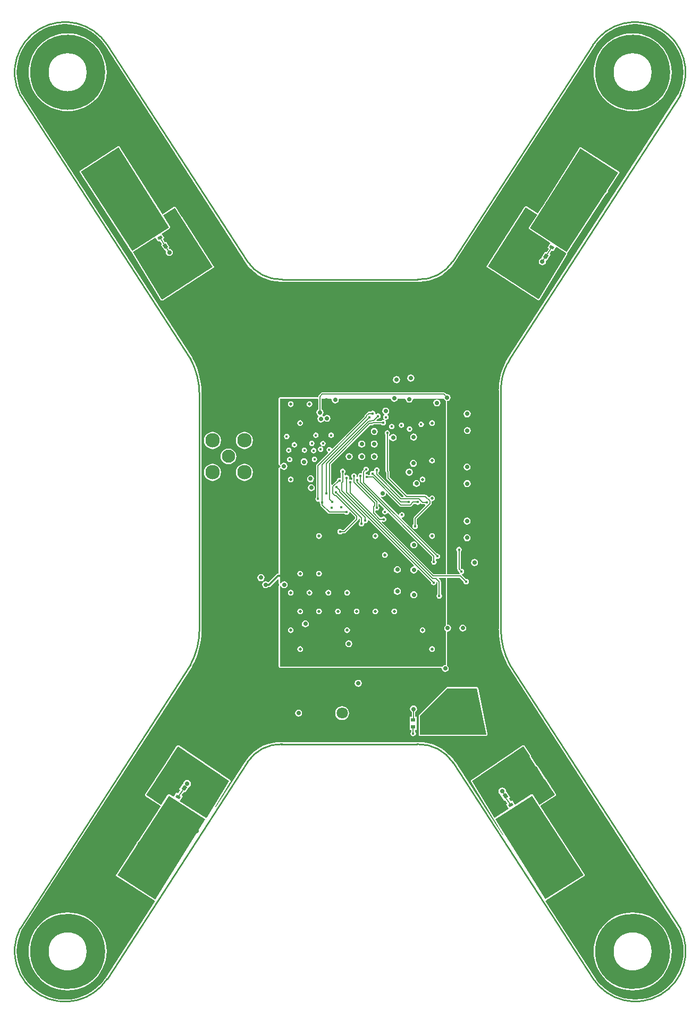
<source format=gbl>
G04 Layer_Physical_Order=4*
G04 Layer_Color=16711680*
%FSLAX44Y44*%
%MOMM*%
G71*
G01*
G75*
%ADD10C,3.0000*%
%ADD12R,0.7000X0.6000*%
%ADD39C,0.1500*%
%ADD41C,0.3000*%
%ADD43C,0.2540*%
%ADD44C,1.8000*%
%ADD45R,1.8000X1.8000*%
%ADD46C,2.3000*%
%ADD47C,2.1000*%
%ADD48C,0.4500*%
%ADD49C,0.7000*%
%ADD50C,0.5000*%
G04:AMPARAMS|DCode=51|XSize=1mm|YSize=1.45mm|CornerRadius=0mm|HoleSize=0mm|Usage=FLASHONLY|Rotation=32.936|XOffset=0mm|YOffset=0mm|HoleType=Round|Shape=Rectangle|*
%AMROTATEDRECTD51*
4,1,4,-0.0255,-0.8803,-0.8138,0.3366,0.0255,0.8803,0.8138,-0.3366,-0.0255,-0.8803,0.0*
%
%ADD51ROTATEDRECTD51*%

G04:AMPARAMS|DCode=52|XSize=1mm|YSize=1.45mm|CornerRadius=0mm|HoleSize=0mm|Usage=FLASHONLY|Rotation=32.936|XOffset=0mm|YOffset=0mm|HoleType=Round|Shape=Rectangle|*
%AMROTATEDRECTD52*
4,1,4,-0.0255,-0.8803,-0.8138,0.3366,0.0255,0.8803,0.8138,-0.3366,-0.0255,-0.8803,0.0*
%
%ADD52ROTATEDRECTD52*%

G04:AMPARAMS|DCode=53|XSize=0.6mm|YSize=0.7mm|CornerRadius=0mm|HoleSize=0mm|Usage=FLASHONLY|Rotation=32.936|XOffset=0mm|YOffset=0mm|HoleType=Round|Shape=Rectangle|*
%AMROTATEDRECTD53*
4,1,4,-0.0615,-0.4569,-0.4421,0.1306,0.0615,0.4569,0.4421,-0.1306,-0.0615,-0.4569,0.0*
%
%ADD53ROTATEDRECTD53*%

G04:AMPARAMS|DCode=54|XSize=1mm|YSize=1.45mm|CornerRadius=0mm|HoleSize=0mm|Usage=FLASHONLY|Rotation=147.064|XOffset=0mm|YOffset=0mm|HoleType=Round|Shape=Rectangle|*
%AMROTATEDRECTD54*
4,1,4,0.8138,0.3366,0.0255,-0.8803,-0.8138,-0.3366,-0.0255,0.8803,0.8138,0.3366,0.0*
%
%ADD54ROTATEDRECTD54*%

G04:AMPARAMS|DCode=55|XSize=0.6mm|YSize=0.7mm|CornerRadius=0mm|HoleSize=0mm|Usage=FLASHONLY|Rotation=147.064|XOffset=0mm|YOffset=0mm|HoleType=Round|Shape=Rectangle|*
%AMROTATEDRECTD55*
4,1,4,0.4421,0.1306,0.0615,-0.4569,-0.4421,-0.1306,-0.0615,0.4569,0.4421,0.1306,0.0*
%
%ADD55ROTATEDRECTD55*%

G04:AMPARAMS|DCode=56|XSize=1mm|YSize=1.45mm|CornerRadius=0mm|HoleSize=0mm|Usage=FLASHONLY|Rotation=32.936|XOffset=0mm|YOffset=0mm|HoleType=Round|Shape=Rectangle|*
%AMROTATEDRECTD56*
4,1,4,-0.0255,-0.8803,-0.8138,0.3366,0.0255,0.8803,0.8138,-0.3366,-0.0255,-0.8803,0.0*
%
%ADD56ROTATEDRECTD56*%

G04:AMPARAMS|DCode=57|XSize=0.6mm|YSize=0.7mm|CornerRadius=0mm|HoleSize=0mm|Usage=FLASHONLY|Rotation=32.936|XOffset=0mm|YOffset=0mm|HoleType=Round|Shape=Rectangle|*
%AMROTATEDRECTD57*
4,1,4,-0.0615,-0.4569,-0.4421,0.1306,0.0615,0.4569,0.4421,-0.1306,-0.0615,-0.4569,0.0*
%
%ADD57ROTATEDRECTD57*%

G04:AMPARAMS|DCode=58|XSize=2mm|YSize=3.6mm|CornerRadius=0mm|HoleSize=0mm|Usage=FLASHONLY|Rotation=32.936|XOffset=0mm|YOffset=0mm|HoleType=Round|Shape=Rectangle|*
%AMROTATEDRECTD58*
4,1,4,0.1394,-2.0544,-1.8179,0.9670,-0.1394,2.0544,1.8179,-0.9670,0.1394,-2.0544,0.0*
%
%ADD58ROTATEDRECTD58*%

G04:AMPARAMS|DCode=59|XSize=2mm|YSize=3.6mm|CornerRadius=0mm|HoleSize=0mm|Usage=FLASHONLY|Rotation=147.064|XOffset=0mm|YOffset=0mm|HoleType=Round|Shape=Rectangle|*
%AMROTATEDRECTD59*
4,1,4,1.8179,0.9670,-0.1394,-2.0544,-1.8179,-0.9670,0.1394,2.0544,1.8179,0.9670,0.0*
%
%ADD59ROTATEDRECTD59*%

G04:AMPARAMS|DCode=60|XSize=2mm|YSize=3.6mm|CornerRadius=0mm|HoleSize=0mm|Usage=FLASHONLY|Rotation=32.936|XOffset=0mm|YOffset=0mm|HoleType=Round|Shape=Rectangle|*
%AMROTATEDRECTD60*
4,1,4,0.1394,-2.0544,-1.8179,0.9670,-0.1394,2.0544,1.8179,-0.9670,0.1394,-2.0544,0.0*
%
%ADD60ROTATEDRECTD60*%

G04:AMPARAMS|DCode=61|XSize=0.6mm|YSize=0.7mm|CornerRadius=0mm|HoleSize=0mm|Usage=FLASHONLY|Rotation=147.064|XOffset=0mm|YOffset=0mm|HoleType=Round|Shape=Rectangle|*
%AMROTATEDRECTD61*
4,1,4,0.4421,0.1306,0.0615,-0.4569,-0.4421,-0.1306,-0.0615,0.4569,0.4421,0.1306,0.0*
%
%ADD61ROTATEDRECTD61*%

G04:AMPARAMS|DCode=62|XSize=0.6mm|YSize=0.7mm|CornerRadius=0mm|HoleSize=0mm|Usage=FLASHONLY|Rotation=32.936|XOffset=0mm|YOffset=0mm|HoleType=Round|Shape=Rectangle|*
%AMROTATEDRECTD62*
4,1,4,-0.0615,-0.4569,-0.4421,0.1306,0.0615,0.4569,0.4421,-0.1306,-0.0615,-0.4569,0.0*
%
%ADD62ROTATEDRECTD62*%

G04:AMPARAMS|DCode=63|XSize=0.7mm|YSize=0.45mm|CornerRadius=0mm|HoleSize=0mm|Usage=FLASHONLY|Rotation=32.936|XOffset=0mm|YOffset=0mm|HoleType=Round|Shape=Rectangle|*
%AMROTATEDRECTD63*
4,1,4,-0.1714,-0.3791,-0.4161,-0.0015,0.1714,0.3791,0.4161,0.0015,-0.1714,-0.3791,0.0*
%
%ADD63ROTATEDRECTD63*%

G04:AMPARAMS|DCode=64|XSize=0.7mm|YSize=0.45mm|CornerRadius=0.1575mm|HoleSize=0mm|Usage=FLASHONLY|Rotation=32.936|XOffset=0mm|YOffset=0mm|HoleType=Round|Shape=RoundedRectangle|*
%AMROUNDEDRECTD64*
21,1,0.7000,0.1350,0,0,32.9*
21,1,0.3850,0.4500,0,0,32.9*
1,1,0.3150,0.1983,0.0480*
1,1,0.3150,-0.1249,-0.1613*
1,1,0.3150,-0.1983,-0.0480*
1,1,0.3150,0.1249,0.1613*
%
%ADD64ROUNDEDRECTD64*%
G04:AMPARAMS|DCode=65|XSize=0.7mm|YSize=0.45mm|CornerRadius=0mm|HoleSize=0mm|Usage=FLASHONLY|Rotation=327.064|XOffset=0mm|YOffset=0mm|HoleType=Round|Shape=Rectangle|*
%AMROTATEDRECTD65*
4,1,4,-0.4161,0.0015,-0.1714,0.3791,0.4161,-0.0015,0.1714,-0.3791,-0.4161,0.0015,0.0*
%
%ADD65ROTATEDRECTD65*%

G04:AMPARAMS|DCode=66|XSize=0.7mm|YSize=0.45mm|CornerRadius=0.1575mm|HoleSize=0mm|Usage=FLASHONLY|Rotation=327.064|XOffset=0mm|YOffset=0mm|HoleType=Round|Shape=RoundedRectangle|*
%AMROUNDEDRECTD66*
21,1,0.7000,0.1350,0,0,327.1*
21,1,0.3850,0.4500,0,0,327.1*
1,1,0.3150,0.1249,-0.1613*
1,1,0.3150,-0.1983,0.0480*
1,1,0.3150,-0.1249,0.1613*
1,1,0.3150,0.1983,-0.0480*
%
%ADD66ROUNDEDRECTD66*%
%ADD67C,3.0000*%
G04:AMPARAMS|DCode=68|XSize=5mm|YSize=2mm|CornerRadius=0mm|HoleSize=0mm|Usage=FLASHONLY|Rotation=302.936|XOffset=0mm|YOffset=0mm|HoleType=Round|Shape=Rectangle|*
%AMROTATEDRECTD68*
4,1,4,-2.1985,1.5545,-0.5200,2.6419,2.1985,-1.5545,0.5200,-2.6419,-2.1985,1.5545,0.0*
%
%ADD68ROTATEDRECTD68*%

G04:AMPARAMS|DCode=69|XSize=5mm|YSize=2mm|CornerRadius=0mm|HoleSize=0mm|Usage=FLASHONLY|Rotation=237.064|XOffset=0mm|YOffset=0mm|HoleType=Round|Shape=Rectangle|*
%AMROTATEDRECTD69*
4,1,4,0.5200,2.6419,2.1985,1.5545,-0.5200,-2.6419,-2.1985,-1.5545,0.5200,2.6419,0.0*
%
%ADD69ROTATEDRECTD69*%

G36*
X1286581Y1326054D02*
X1296199Y1311174D01*
X1295452Y1310690D01*
X1306097Y1294257D01*
X1306097D01*
X1307299Y1293999D01*
X1309295Y1290912D01*
X1308952Y1290690D01*
X1319597Y1274257D01*
X1319597D01*
X1320134Y1274142D01*
X1336281Y1249159D01*
X1312036Y1233446D01*
X1301672Y1249410D01*
X1301313Y1249779D01*
X1300969Y1250133D01*
X1300968Y1250133D01*
X1300967Y1250134D01*
X1300507Y1250332D01*
X1300041Y1250533D01*
X1300040Y1250533D01*
X1300039Y1250533D01*
X1299538Y1250540D01*
X1299030Y1250547D01*
X1299030Y1250546D01*
X1299028Y1250546D01*
X1298550Y1250356D01*
X1298092Y1250173D01*
X1298090Y1250172D01*
X1298090Y1250172D01*
X1298090Y1250172D01*
X1273400Y1234172D01*
X1272158Y1234437D01*
X1268228Y1240503D01*
X1265963Y1239035D01*
X1263246Y1243201D01*
X1263510Y1244443D01*
X1265068Y1245452D01*
X1258500Y1255591D01*
X1258500D01*
X1258272Y1255687D01*
X1257940Y1257357D01*
X1256605Y1259355D01*
X1254607Y1260690D01*
X1252250Y1261158D01*
X1249893Y1260690D01*
X1247895Y1259355D01*
X1246560Y1257357D01*
X1246092Y1255000D01*
X1246560Y1252643D01*
X1247895Y1250645D01*
X1249202Y1249772D01*
X1249200Y1249567D01*
Y1249567D01*
X1255768Y1239428D01*
X1257124Y1240307D01*
X1259841Y1236141D01*
X1259577Y1234898D01*
X1258090Y1233935D01*
X1262509Y1227113D01*
X1240792Y1213039D01*
X1239554Y1213321D01*
X1204111Y1271318D01*
X1285337Y1326308D01*
X1286581Y1326054D01*
D02*
G37*
G36*
X817523Y1271059D02*
X781982Y1212901D01*
X781788Y1212769D01*
X780293Y1212572D01*
X738867Y1239419D01*
X743767Y1246984D01*
X742389Y1247877D01*
X742140Y1249122D01*
X745278Y1253687D01*
X747250Y1252409D01*
X753614Y1262234D01*
X754605Y1262895D01*
X755940Y1264893D01*
X756408Y1267250D01*
X755940Y1269607D01*
X754605Y1271605D01*
X752607Y1272940D01*
X750250Y1273408D01*
X747893Y1272940D01*
X745895Y1271605D01*
X744560Y1269607D01*
X744282Y1268207D01*
X737950Y1258433D01*
X738881Y1257831D01*
X739129Y1256585D01*
X735992Y1252021D01*
X733629Y1253552D01*
X729218Y1246743D01*
X727976Y1246477D01*
X722660Y1249922D01*
X722660Y1249922D01*
X722660Y1249922D01*
X722658Y1249923D01*
X722200Y1250106D01*
X721722Y1250296D01*
X721721Y1250296D01*
X721720Y1250297D01*
X721212Y1250290D01*
X720711Y1250283D01*
X720710Y1250283D01*
X720709Y1250283D01*
X720237Y1250079D01*
X719783Y1249884D01*
X719782Y1249883D01*
X719781Y1249883D01*
X719429Y1249521D01*
X719078Y1249160D01*
X708971Y1233593D01*
X685353Y1248899D01*
X716119Y1296500D01*
X716153Y1296507D01*
X716153D01*
X726798Y1312940D01*
X726760Y1312965D01*
X735053Y1325795D01*
X736297Y1326048D01*
X817523Y1271059D01*
D02*
G37*
G36*
X1472716Y2476295D02*
X1481232Y2474848D01*
X1489533Y2472457D01*
X1497513Y2469151D01*
X1505074Y2464973D01*
X1512119Y2459974D01*
X1518560Y2454218D01*
X1524316Y2447777D01*
X1529314Y2440732D01*
X1533493Y2433172D01*
X1536799Y2425191D01*
X1539190Y2416890D01*
X1540637Y2408374D01*
X1541121Y2399750D01*
X1540637Y2391125D01*
X1539190Y2382609D01*
X1536799Y2374308D01*
X1533493Y2366328D01*
X1532816Y2365102D01*
X1262302Y1947144D01*
X1262252Y1947016D01*
X1262164Y1946910D01*
X1257699Y1938600D01*
X1257319Y1937356D01*
X1257320Y1937347D01*
X1253906Y1930128D01*
X1250849Y1921586D01*
X1248645Y1912785D01*
X1247314Y1903811D01*
X1246930Y1896005D01*
X1246869Y1894750D01*
X1246869Y1894741D01*
X1246916Y1893490D01*
Y1514261D01*
X1246864Y1513012D01*
X1246864Y1513000D01*
X1246918Y1511764D01*
X1247328Y1502378D01*
X1248715Y1491837D01*
X1251017Y1481458D01*
X1254214Y1471318D01*
X1258282Y1461495D01*
X1261148Y1455990D01*
X1261356Y1455309D01*
X1262414Y1453340D01*
X1262502Y1453234D01*
X1262552Y1453106D01*
X1533065Y1035148D01*
X1533743Y1033922D01*
X1537048Y1025942D01*
X1539440Y1017641D01*
X1540887Y1009125D01*
X1541371Y1000500D01*
X1540887Y991876D01*
X1539440Y983360D01*
X1537048Y975059D01*
X1533743Y967078D01*
X1529564Y959518D01*
X1524566Y952473D01*
X1518810Y946032D01*
X1512369Y940276D01*
X1505324Y935277D01*
X1497763Y931099D01*
X1489783Y927793D01*
X1481482Y925402D01*
X1472966Y923955D01*
X1464341Y923471D01*
X1455717Y923955D01*
X1447201Y925402D01*
X1438900Y927793D01*
X1430920Y931099D01*
X1423359Y935277D01*
X1416314Y940276D01*
X1409873Y946032D01*
X1404117Y952473D01*
X1399801Y958556D01*
X1399799Y958562D01*
X1321371Y1079729D01*
X1321491Y1080164D01*
X1321999Y1081097D01*
X1322096Y1081134D01*
X1322462Y1081274D01*
X1322466Y1081279D01*
X1322473Y1081282D01*
X1382723Y1119782D01*
X1382728Y1119787D01*
X1382735Y1119790D01*
X1383015Y1120062D01*
X1383297Y1120333D01*
X1383300Y1120340D01*
X1383305Y1120345D01*
X1383460Y1120705D01*
X1383616Y1121061D01*
X1383617Y1121069D01*
X1383620Y1121076D01*
X1383625Y1121468D01*
X1383633Y1121857D01*
X1383630Y1121864D01*
X1383630Y1121871D01*
X1383485Y1122234D01*
X1383343Y1122598D01*
X1383338Y1122603D01*
X1383335Y1122610D01*
X1313330Y1230442D01*
X1313294Y1230693D01*
X1313750Y1232127D01*
X1337390Y1247447D01*
X1337680Y1247729D01*
X1337959Y1248000D01*
X1337960Y1248001D01*
X1337961Y1248002D01*
X1338118Y1248367D01*
X1338275Y1248730D01*
X1338275Y1248732D01*
X1338276Y1248733D01*
X1338281Y1249132D01*
X1338287Y1249526D01*
X1338287Y1249527D01*
X1338287Y1249528D01*
X1338138Y1249903D01*
X1337994Y1250266D01*
X1321846Y1275249D01*
X1321846Y1275249D01*
X1321846Y1275250D01*
X1321555Y1275549D01*
X1321292Y1275820D01*
X1321292Y1275820D01*
X1321292Y1275821D01*
X1320951Y1275968D01*
X1320906Y1275987D01*
X1311294Y1290826D01*
X1311295Y1290889D01*
X1311300Y1291279D01*
X1311300Y1291281D01*
X1311300Y1291282D01*
X1311151Y1291656D01*
X1311007Y1292019D01*
X1309012Y1295106D01*
X1309012Y1295107D01*
X1309011Y1295107D01*
X1308721Y1295406D01*
X1308458Y1295677D01*
X1308457Y1295678D01*
X1308457Y1295678D01*
X1308108Y1295829D01*
X1307728Y1295993D01*
X1307727D01*
X1307726Y1295993D01*
X1307350Y1296074D01*
X1298053Y1310424D01*
X1298192Y1310746D01*
X1298192Y1310747D01*
X1298193Y1310748D01*
X1298198Y1311139D01*
X1298204Y1311541D01*
X1298204Y1311542D01*
X1298204Y1311543D01*
X1298056Y1311916D01*
X1297911Y1312281D01*
X1288294Y1327161D01*
X1288286Y1327169D01*
X1288282Y1327179D01*
X1288009Y1327455D01*
X1287740Y1327732D01*
X1287730Y1327737D01*
X1287722Y1327744D01*
X1287366Y1327894D01*
X1287009Y1328048D01*
X1286998Y1328048D01*
X1286988Y1328052D01*
X1285744Y1328306D01*
X1285733Y1328306D01*
X1285722Y1328310D01*
X1285336Y1328308D01*
X1284948Y1328309D01*
X1284938Y1328305D01*
X1284927Y1328305D01*
X1284571Y1328155D01*
X1284211Y1328008D01*
X1284204Y1328000D01*
X1284194Y1327996D01*
X1202968Y1273007D01*
X1202721Y1272757D01*
X1202463Y1272519D01*
X1202442Y1272475D01*
X1202409Y1272441D01*
X1202276Y1272116D01*
X1202129Y1271797D01*
X1202127Y1271749D01*
X1202109Y1271704D01*
X1202111Y1271353D01*
X1202096Y1271002D01*
X1202113Y1270956D01*
X1202113Y1270908D01*
X1202250Y1270585D01*
X1202371Y1270255D01*
X1237814Y1212258D01*
X1237823Y1212248D01*
X1237828Y1212235D01*
X1238093Y1211955D01*
X1238353Y1211673D01*
X1238366Y1211667D01*
X1238375Y1211657D01*
X1238726Y1211500D01*
X1239075Y1211339D01*
X1239256Y1210676D01*
X1239250Y1210291D01*
X1239240Y1209906D01*
X1239245Y1209894D01*
X1239245Y1209880D01*
X1239387Y1209522D01*
X1239524Y1209163D01*
X1254504Y1185374D01*
X1253434Y1184690D01*
X1177540Y1301943D01*
X1176634Y1302876D01*
X1176421Y1302968D01*
X1173319Y1307340D01*
X1168146Y1313129D01*
X1162358Y1318301D01*
X1156027Y1322793D01*
X1149233Y1326548D01*
X1142061Y1329519D01*
X1134602Y1331668D01*
X1126948Y1332968D01*
X1119198Y1333404D01*
X1117336Y1333299D01*
X1117036Y1333359D01*
X903170D01*
X901906Y1333385D01*
D01*
X900657Y1333429D01*
X899707Y1333483D01*
X892200Y1333061D01*
X884787Y1331801D01*
X877562Y1329720D01*
X870616Y1326843D01*
X864035Y1323206D01*
X857903Y1318855D01*
X852297Y1313844D01*
X847286Y1308238D01*
X843583Y1303019D01*
X843583Y1303019D01*
X843455Y1302844D01*
X842884Y1301962D01*
X796380Y1230115D01*
X795305Y1230791D01*
X819263Y1269995D01*
X819384Y1270325D01*
X819521Y1270649D01*
X819521Y1270697D01*
X819538Y1270742D01*
X819523Y1271093D01*
X819526Y1271444D01*
X819507Y1271489D01*
X819505Y1271537D01*
X819358Y1271856D01*
X819225Y1272181D01*
X819192Y1272215D01*
X819171Y1272259D01*
X818913Y1272497D01*
X818666Y1272747D01*
X737440Y1327737D01*
X737430Y1327741D01*
X737422Y1327749D01*
X737063Y1327896D01*
X736707Y1328046D01*
X736696Y1328046D01*
X736686Y1328050D01*
X736298Y1328048D01*
X735912Y1328050D01*
X735901Y1328046D01*
X735890Y1328046D01*
X734646Y1327793D01*
X734636Y1327788D01*
X734625Y1327788D01*
X734270Y1327635D01*
X733912Y1327485D01*
X733904Y1327477D01*
X733894Y1327473D01*
X733625Y1327195D01*
X733352Y1326920D01*
X733348Y1326909D01*
X733340Y1326901D01*
X725050Y1314074D01*
X725049Y1314074D01*
X725049Y1314074D01*
X725048Y1314072D01*
X724963Y1313858D01*
X714495Y1297699D01*
X714407Y1297608D01*
X714407Y1297607D01*
X714406Y1297607D01*
X683642Y1250008D01*
X683641Y1250008D01*
X683641Y1250008D01*
X683640Y1250006D01*
X683498Y1249647D01*
X683347Y1249269D01*
X683347Y1249268D01*
X683347Y1249266D01*
X683349Y1249124D01*
X683179Y1248862D01*
X683354Y1248749D01*
X683358Y1248473D01*
X683359Y1248472D01*
X683359Y1248471D01*
X683514Y1248112D01*
X683673Y1247742D01*
X683674Y1247741D01*
X683675Y1247740D01*
X683954Y1247469D01*
X684244Y1247188D01*
X707257Y1232273D01*
X707713Y1230840D01*
X707677Y1230588D01*
X672202Y1175945D01*
X671426Y1175426D01*
X670210Y1173607D01*
X670001Y1172554D01*
X637415Y1122360D01*
X637412Y1122353D01*
X637407Y1122348D01*
X637264Y1121982D01*
X637120Y1121621D01*
X637120Y1121614D01*
X637117Y1121607D01*
X637125Y1121214D01*
X637130Y1120826D01*
X637133Y1120819D01*
X637133Y1120811D01*
X637291Y1120452D01*
X637445Y1120095D01*
X637450Y1120090D01*
X637453Y1120083D01*
X637735Y1119812D01*
X638015Y1119540D01*
X638022Y1119537D01*
X638027Y1119532D01*
X698277Y1081032D01*
X698283Y1081029D01*
X698288Y1081024D01*
X698351Y1081001D01*
X698814Y1080135D01*
X698919Y1079643D01*
X698909Y1079525D01*
X620467Y958336D01*
X620465Y958331D01*
X616149Y952248D01*
X610393Y945807D01*
X603952Y940051D01*
X596907Y935052D01*
X589346Y930874D01*
X581366Y927568D01*
X573065Y925177D01*
X564549Y923730D01*
X555924Y923245D01*
X547300Y923730D01*
X538784Y925177D01*
X530483Y927568D01*
X522503Y930874D01*
X514942Y935052D01*
X507897Y940051D01*
X501456Y945807D01*
X495700Y952248D01*
X490702Y959293D01*
X486523Y966853D01*
X483217Y974834D01*
X480826Y983134D01*
X479379Y991650D01*
X478895Y1000275D01*
X479379Y1008900D01*
X480826Y1017416D01*
X483217Y1025716D01*
X486523Y1033697D01*
X487200Y1034922D01*
X757714Y1452881D01*
X757764Y1453008D01*
X757852Y1453114D01*
X758910Y1455083D01*
X759118Y1455765D01*
X761984Y1461270D01*
X766052Y1471093D01*
X769249Y1481232D01*
X771551Y1491612D01*
X772938Y1502153D01*
X773347Y1511518D01*
X773402Y1512775D01*
X773401Y1512787D01*
X773350Y1513250D01*
Y1885983D01*
X773385Y1887238D01*
X773386Y1887250D01*
X773332Y1888486D01*
X772922Y1897872D01*
X771535Y1908413D01*
X769233Y1918792D01*
X766036Y1928932D01*
X761968Y1938755D01*
X759102Y1944260D01*
X758894Y1944941D01*
X757836Y1946910D01*
X757748Y1947016D01*
X757698Y1947144D01*
X487184Y2365102D01*
X486507Y2366328D01*
X483201Y2374308D01*
X480810Y2382609D01*
X479363Y2391125D01*
X478879Y2399750D01*
X479363Y2408374D01*
X480810Y2416890D01*
X483201Y2425191D01*
X486507Y2433172D01*
X490686Y2440732D01*
X495684Y2447777D01*
X501440Y2454218D01*
X507881Y2459974D01*
X514926Y2464973D01*
X522486Y2469151D01*
X530467Y2472457D01*
X538768Y2474848D01*
X547284Y2476295D01*
X555909Y2476779D01*
X564533Y2476295D01*
X573049Y2474848D01*
X581350Y2472457D01*
X589330Y2469151D01*
X596891Y2464973D01*
X603936Y2459974D01*
X610377Y2454218D01*
X616133Y2447777D01*
X620449Y2441694D01*
X620451Y2441688D01*
X843439Y2097181D01*
X843712Y2096900D01*
X847217Y2091959D01*
X852252Y2086325D01*
X857887Y2081290D01*
X864049Y2076917D01*
X870663Y2073262D01*
X877644Y2070371D01*
X884905Y2068279D01*
X892354Y2067013D01*
X899898Y2066590D01*
X901837Y2066698D01*
X902000Y2066666D01*
X1118000D01*
X1118163Y2066698D01*
X1120102Y2066590D01*
X1127646Y2067013D01*
X1135095Y2068279D01*
X1142356Y2070371D01*
X1149337Y2073262D01*
X1155951Y2076917D01*
X1162113Y2081290D01*
X1167748Y2086325D01*
X1172783Y2091959D01*
X1176288Y2096900D01*
X1176561Y2097181D01*
X1399549Y2441688D01*
X1399551Y2441694D01*
X1403867Y2447777D01*
X1409623Y2454218D01*
X1416064Y2459974D01*
X1423109Y2464973D01*
X1430670Y2469151D01*
X1438650Y2472457D01*
X1446951Y2474848D01*
X1455467Y2476295D01*
X1464091Y2476779D01*
X1472716Y2476295D01*
D02*
G37*
G36*
X1381625Y1121500D02*
X1321375Y1083000D01*
X1241250Y1210250D01*
X1299500Y1248000D01*
X1381625Y1121500D01*
D02*
G37*
G36*
X779500Y1210000D02*
X699375Y1082750D01*
X639125Y1121250D01*
X721250Y1247750D01*
X779500Y1210000D01*
D02*
G37*
%LPC*%
G36*
X1196250Y1664358D02*
X1194104Y1663931D01*
X1192285Y1662715D01*
X1191069Y1660896D01*
X1190642Y1658750D01*
X1191069Y1656604D01*
X1192285Y1654785D01*
X1194104Y1653569D01*
X1196250Y1653142D01*
X1198396Y1653569D01*
X1200215Y1654785D01*
X1201431Y1656604D01*
X1201858Y1658750D01*
X1201431Y1660896D01*
X1200215Y1662715D01*
X1198396Y1663931D01*
X1196250Y1664358D01*
D02*
G37*
G36*
X790850Y1776467D02*
X787326Y1776003D01*
X784042Y1774642D01*
X781222Y1772478D01*
X779058Y1769658D01*
X777698Y1766374D01*
X777234Y1762850D01*
X777698Y1759326D01*
X779058Y1756042D01*
X781222Y1753222D01*
X784042Y1751058D01*
X787326Y1749698D01*
X790850Y1749234D01*
X794374Y1749698D01*
X797658Y1751058D01*
X800478Y1753222D01*
X802642Y1756042D01*
X804003Y1759326D01*
X804466Y1762850D01*
X804003Y1766374D01*
X802642Y1769658D01*
X800478Y1772478D01*
X797658Y1774642D01*
X794374Y1776003D01*
X790850Y1776467D01*
D02*
G37*
G36*
X1196250Y1690858D02*
X1194104Y1690431D01*
X1192285Y1689215D01*
X1191069Y1687396D01*
X1190642Y1685250D01*
X1191069Y1683104D01*
X1192285Y1681285D01*
X1194104Y1680069D01*
X1196250Y1679642D01*
X1198396Y1680069D01*
X1200215Y1681285D01*
X1201431Y1683104D01*
X1201858Y1685250D01*
X1201431Y1687396D01*
X1200215Y1689215D01*
X1198396Y1690431D01*
X1196250Y1690858D01*
D02*
G37*
G36*
X1196500Y1750608D02*
X1194354Y1750181D01*
X1192535Y1748965D01*
X1191319Y1747146D01*
X1190892Y1745000D01*
X1191319Y1742854D01*
X1192535Y1741035D01*
X1194354Y1739819D01*
X1196500Y1739392D01*
X1198646Y1739819D01*
X1200465Y1741035D01*
X1201681Y1742854D01*
X1202108Y1745000D01*
X1201681Y1747146D01*
X1200465Y1748965D01*
X1198646Y1750181D01*
X1196500Y1750608D01*
D02*
G37*
G36*
X841650Y1776467D02*
X838126Y1776003D01*
X834842Y1774642D01*
X832022Y1772478D01*
X829858Y1769658D01*
X828497Y1766374D01*
X828034Y1762850D01*
X828497Y1759326D01*
X829858Y1756042D01*
X832022Y1753222D01*
X834842Y1751058D01*
X838126Y1749698D01*
X841650Y1749234D01*
X845174Y1749698D01*
X848458Y1751058D01*
X851278Y1753222D01*
X853442Y1756042D01*
X854802Y1759326D01*
X855266Y1762850D01*
X854802Y1766374D01*
X853442Y1769658D01*
X851278Y1772478D01*
X848458Y1774642D01*
X845174Y1776003D01*
X841650Y1776467D01*
D02*
G37*
G36*
X790850Y1827267D02*
X787326Y1826803D01*
X784042Y1825442D01*
X781222Y1823278D01*
X779058Y1820458D01*
X777698Y1817174D01*
X777234Y1813650D01*
X777698Y1810126D01*
X779058Y1806842D01*
X781222Y1804022D01*
X784042Y1801858D01*
X787326Y1800497D01*
X790850Y1800034D01*
X794374Y1800497D01*
X797658Y1801858D01*
X800478Y1804022D01*
X802642Y1806842D01*
X804003Y1810126D01*
X804466Y1813650D01*
X804003Y1817174D01*
X802642Y1820458D01*
X800478Y1823278D01*
X797658Y1825442D01*
X794374Y1826803D01*
X790850Y1827267D01*
D02*
G37*
G36*
X841650D02*
X838126Y1826803D01*
X834842Y1825442D01*
X832022Y1823278D01*
X829858Y1820458D01*
X828497Y1817174D01*
X828034Y1813650D01*
X828497Y1810126D01*
X829858Y1806842D01*
X832022Y1804022D01*
X834842Y1801858D01*
X838126Y1800497D01*
X841650Y1800034D01*
X845174Y1800497D01*
X848458Y1801858D01*
X851278Y1804022D01*
X853442Y1806842D01*
X854802Y1810126D01*
X855266Y1813650D01*
X854802Y1817174D01*
X853442Y1820458D01*
X851278Y1823278D01*
X848458Y1825442D01*
X845174Y1826803D01*
X841650Y1827267D01*
D02*
G37*
G36*
X1196250Y1777108D02*
X1194104Y1776681D01*
X1192285Y1775465D01*
X1191069Y1773646D01*
X1190642Y1771500D01*
X1191069Y1769354D01*
X1192285Y1767535D01*
X1194104Y1766319D01*
X1196250Y1765892D01*
X1198396Y1766319D01*
X1200215Y1767535D01*
X1201431Y1769354D01*
X1201858Y1771500D01*
X1201431Y1773646D01*
X1200215Y1775465D01*
X1198396Y1776681D01*
X1196250Y1777108D01*
D02*
G37*
G36*
X816250Y1800858D02*
X812987Y1800428D01*
X809946Y1799169D01*
X807335Y1797165D01*
X805331Y1794554D01*
X804072Y1791513D01*
X803642Y1788250D01*
X804072Y1784987D01*
X805331Y1781946D01*
X807335Y1779335D01*
X809946Y1777331D01*
X812987Y1776072D01*
X816250Y1775642D01*
X819513Y1776072D01*
X822554Y1777331D01*
X825165Y1779335D01*
X827169Y1781946D01*
X828428Y1784987D01*
X828858Y1788250D01*
X828428Y1791513D01*
X827169Y1794554D01*
X825165Y1797165D01*
X822554Y1799169D01*
X819513Y1800428D01*
X816250Y1800858D01*
D02*
G37*
G36*
X1208250Y1624858D02*
X1206104Y1624431D01*
X1204285Y1623215D01*
X1203069Y1621396D01*
X1202642Y1619250D01*
X1203069Y1617104D01*
X1204285Y1615285D01*
X1206104Y1614069D01*
X1208250Y1613642D01*
X1210396Y1614069D01*
X1212215Y1615285D01*
X1213431Y1617104D01*
X1213858Y1619250D01*
X1213431Y1621396D01*
X1212215Y1623215D01*
X1210396Y1624431D01*
X1208250Y1624858D01*
D02*
G37*
G36*
X1111000Y1391608D02*
X1108854Y1391181D01*
X1107035Y1389965D01*
X1105819Y1388146D01*
X1105392Y1386000D01*
X1105819Y1383854D01*
X1107035Y1382035D01*
X1108196Y1381259D01*
Y1373500D01*
X1105000D01*
Y1363770D01*
X1105000Y1363500D01*
Y1362500D01*
X1105000Y1362230D01*
Y1352500D01*
X1107696D01*
Y1350238D01*
X1107436Y1350064D01*
X1106497Y1348658D01*
X1106167Y1347000D01*
X1106497Y1345342D01*
X1107436Y1343936D01*
X1108842Y1342997D01*
X1110500Y1342667D01*
X1112158Y1342997D01*
X1113564Y1343936D01*
X1114503Y1345342D01*
X1114833Y1347000D01*
X1114503Y1348658D01*
X1113564Y1350064D01*
X1113304Y1350238D01*
Y1352500D01*
X1116000D01*
Y1362230D01*
X1116000Y1362500D01*
Y1363500D01*
X1116000Y1363770D01*
Y1373500D01*
X1113804D01*
Y1381259D01*
X1114965Y1382035D01*
X1116181Y1383854D01*
X1116608Y1386000D01*
X1116181Y1388146D01*
X1114965Y1389965D01*
X1113146Y1391181D01*
X1111000Y1391608D01*
D02*
G37*
G36*
X1164965Y1421039D02*
X1164185Y1420884D01*
X1163523Y1420442D01*
X1163523Y1420442D01*
X1120058Y1376977D01*
X1119616Y1376315D01*
X1119461Y1375535D01*
Y1345000D01*
X1119616Y1344220D01*
X1120058Y1343558D01*
X1120720Y1343116D01*
X1121500Y1342961D01*
X1225976Y1342961D01*
X1226078Y1342981D01*
X1226180Y1342971D01*
X1226465Y1343058D01*
X1226757Y1343116D01*
X1226843Y1343173D01*
X1226941Y1343203D01*
X1227171Y1343393D01*
X1227418Y1343558D01*
X1227476Y1343644D01*
X1227555Y1343709D01*
X1228359Y1344692D01*
X1228408Y1344783D01*
X1228480Y1344857D01*
X1228593Y1345132D01*
X1228733Y1345395D01*
X1228743Y1345497D01*
X1228782Y1345593D01*
X1228781Y1345891D01*
X1228809Y1346187D01*
X1228779Y1346285D01*
X1228779Y1346388D01*
X1213978Y1419405D01*
X1213902Y1419587D01*
X1213864Y1419780D01*
X1213750Y1419950D01*
X1213671Y1420139D01*
X1213531Y1420278D01*
X1213422Y1420442D01*
X1213251Y1420556D01*
X1213106Y1420700D01*
X1212924Y1420774D01*
X1212760Y1420884D01*
X1212559Y1420924D01*
X1212370Y1421001D01*
X1212173Y1421001D01*
X1211980Y1421039D01*
X1164965Y1421039D01*
X1164965Y1421039D01*
D02*
G37*
G36*
X560000Y1062098D02*
X553047Y1061707D01*
X546182Y1060541D01*
X539490Y1058613D01*
X533057Y1055948D01*
X526962Y1052580D01*
X521283Y1048550D01*
X516090Y1043910D01*
X511450Y1038717D01*
X507420Y1033038D01*
X504052Y1026943D01*
X501387Y1020510D01*
X499459Y1013818D01*
X498293Y1006953D01*
X497902Y1000000D01*
X498293Y993047D01*
X499459Y986182D01*
X501387Y979490D01*
X504052Y973057D01*
X507420Y966962D01*
X511450Y961283D01*
X516090Y956090D01*
X521283Y951450D01*
X526962Y947420D01*
X533057Y944052D01*
X539490Y941387D01*
X546182Y939459D01*
X553047Y938293D01*
X560000Y937902D01*
X566953Y938293D01*
X573818Y939459D01*
X580510Y941387D01*
X586943Y944052D01*
X593038Y947420D01*
X598717Y951450D01*
X603910Y956090D01*
X608550Y961283D01*
X612580Y966962D01*
X615948Y973057D01*
X618613Y979490D01*
X620541Y986182D01*
X621707Y993047D01*
X622098Y1000000D01*
X621707Y1006953D01*
X620541Y1013818D01*
X618613Y1020510D01*
X615948Y1026943D01*
X612580Y1033038D01*
X608550Y1038717D01*
X603910Y1043910D01*
X598717Y1048550D01*
X593038Y1052580D01*
X586943Y1055948D01*
X580510Y1058613D01*
X573818Y1060541D01*
X566953Y1061707D01*
X560000Y1062098D01*
D02*
G37*
G36*
X1460000D02*
X1453047Y1061707D01*
X1446182Y1060541D01*
X1439490Y1058613D01*
X1433057Y1055948D01*
X1426962Y1052580D01*
X1421283Y1048550D01*
X1416090Y1043910D01*
X1411450Y1038717D01*
X1407420Y1033038D01*
X1404052Y1026943D01*
X1401387Y1020510D01*
X1399459Y1013818D01*
X1398293Y1006953D01*
X1397902Y1000000D01*
X1398293Y993047D01*
X1399459Y986182D01*
X1401387Y979490D01*
X1404052Y973057D01*
X1407420Y966962D01*
X1411450Y961283D01*
X1416090Y956090D01*
X1421283Y951450D01*
X1426962Y947420D01*
X1433057Y944052D01*
X1439490Y941387D01*
X1446182Y939459D01*
X1453047Y938293D01*
X1460000Y937902D01*
X1466953Y938293D01*
X1473818Y939459D01*
X1480510Y941387D01*
X1486943Y944052D01*
X1493038Y947420D01*
X1498717Y951450D01*
X1503910Y956090D01*
X1508550Y961283D01*
X1512580Y966962D01*
X1515948Y973057D01*
X1518613Y979490D01*
X1520541Y986182D01*
X1521707Y993047D01*
X1522098Y1000000D01*
X1521707Y1006953D01*
X1520541Y1013818D01*
X1518613Y1020510D01*
X1515948Y1026943D01*
X1512580Y1033038D01*
X1508550Y1038717D01*
X1503910Y1043910D01*
X1498717Y1048550D01*
X1493038Y1052580D01*
X1486943Y1055948D01*
X1480510Y1058613D01*
X1473818Y1060541D01*
X1466953Y1061707D01*
X1460000Y1062098D01*
D02*
G37*
G36*
X997300Y1390595D02*
X994428Y1390217D01*
X991753Y1389108D01*
X989455Y1387345D01*
X987691Y1385047D01*
X986583Y1382372D01*
X986205Y1379500D01*
X986583Y1376628D01*
X987691Y1373953D01*
X989455Y1371655D01*
X991753Y1369892D01*
X994428Y1368783D01*
X997300Y1368405D01*
X1000172Y1368783D01*
X1002848Y1369892D01*
X1005145Y1371655D01*
X1006908Y1373953D01*
X1008017Y1376628D01*
X1008395Y1379500D01*
X1008017Y1382372D01*
X1006908Y1385047D01*
X1005145Y1387345D01*
X1002848Y1389108D01*
X1000172Y1390217D01*
X997300Y1390595D01*
D02*
G37*
G36*
X1189500Y1520608D02*
X1187354Y1520181D01*
X1185535Y1518965D01*
X1184319Y1517146D01*
X1183892Y1515000D01*
X1184319Y1512854D01*
X1185535Y1511035D01*
X1187354Y1509819D01*
X1189500Y1509392D01*
X1191646Y1509819D01*
X1193465Y1511035D01*
X1194681Y1512854D01*
X1195108Y1515000D01*
X1194681Y1517146D01*
X1193465Y1518965D01*
X1191646Y1520181D01*
X1189500Y1520608D01*
D02*
G37*
G36*
X868000Y1600858D02*
X865854Y1600431D01*
X864035Y1599215D01*
X862819Y1597396D01*
X862392Y1595250D01*
X862819Y1593104D01*
X864035Y1591285D01*
X865854Y1590069D01*
X868000Y1589642D01*
X870146Y1590069D01*
X871965Y1591285D01*
X873181Y1593104D01*
X873608Y1595250D01*
X873181Y1597396D01*
X871965Y1599215D01*
X870146Y1600431D01*
X868000Y1600858D01*
D02*
G37*
G36*
X928000Y1385108D02*
X925854Y1384681D01*
X924035Y1383465D01*
X922819Y1381646D01*
X922392Y1379500D01*
X922819Y1377354D01*
X924035Y1375535D01*
X925854Y1374319D01*
X928000Y1373892D01*
X930146Y1374319D01*
X931965Y1375535D01*
X933181Y1377354D01*
X933608Y1379500D01*
X933181Y1381646D01*
X931965Y1383465D01*
X930146Y1384681D01*
X928000Y1385108D01*
D02*
G37*
G36*
X1023000Y1432608D02*
X1020854Y1432181D01*
X1019035Y1430965D01*
X1017819Y1429146D01*
X1017392Y1427000D01*
X1017819Y1424854D01*
X1019035Y1423035D01*
X1020854Y1421819D01*
X1023000Y1421392D01*
X1025146Y1421819D01*
X1026965Y1423035D01*
X1028181Y1424854D01*
X1028608Y1427000D01*
X1028181Y1429146D01*
X1026965Y1430965D01*
X1025146Y1432181D01*
X1023000Y1432608D01*
D02*
G37*
G36*
X1084000Y1916108D02*
X1081854Y1915681D01*
X1080035Y1914465D01*
X1078819Y1912646D01*
X1078392Y1910500D01*
X1078819Y1908354D01*
X1080035Y1906535D01*
X1081854Y1905319D01*
X1084000Y1904892D01*
X1086146Y1905319D01*
X1087965Y1906535D01*
X1089181Y1908354D01*
X1089608Y1910500D01*
X1089181Y1912646D01*
X1087965Y1914465D01*
X1086146Y1915681D01*
X1084000Y1916108D01*
D02*
G37*
G36*
X1159000Y1890304D02*
X965750D01*
X964677Y1890090D01*
X963767Y1889483D01*
X960017Y1885733D01*
X959410Y1884823D01*
X959196Y1883750D01*
Y1883605D01*
X958298Y1882489D01*
X898421Y1882489D01*
X898225Y1882449D01*
X898024Y1882450D01*
X897838Y1882373D01*
X897641Y1882333D01*
X897616Y1882317D01*
X897616Y1882317D01*
X897504Y1882270D01*
X897362Y1882175D01*
X897289Y1882145D01*
X897264Y1882129D01*
X897208Y1882073D01*
X896842Y1881828D01*
X896598Y1881463D01*
X896542Y1881407D01*
X896525Y1881382D01*
X896513Y1881352D01*
X896491Y1881328D01*
X896468Y1881268D01*
X896400Y1881167D01*
X896353Y1881054D01*
X896353Y1881054D01*
X896337Y1881029D01*
X896298Y1880832D01*
X896221Y1880647D01*
Y1880614D01*
X896209Y1880584D01*
X896209Y1880584D01*
X896214Y1880415D01*
X896181Y1880249D01*
Y1776185D01*
X896200Y1776091D01*
X896190Y1775997D01*
X896277Y1775704D01*
X896337Y1775405D01*
X896390Y1775325D01*
X896417Y1775234D01*
X896609Y1774997D01*
X896779Y1774743D01*
X896858Y1774690D01*
X896918Y1774616D01*
X897766Y1773912D01*
X897919Y1773829D01*
X898051Y1773714D01*
X898269Y1773588D01*
X898486Y1773515D01*
X898860Y1772870D01*
X898958Y1772500D01*
X898859Y1772128D01*
X898486Y1771485D01*
X898269Y1771412D01*
X898050Y1771285D01*
X897918Y1771170D01*
X897765Y1771087D01*
X896918Y1770384D01*
X896858Y1770310D01*
X896779Y1770257D01*
X896609Y1770003D01*
X896417Y1769766D01*
X896390Y1769675D01*
X896337Y1769595D01*
X896277Y1769296D01*
X896190Y1769003D01*
X896200Y1768909D01*
X896181Y1768815D01*
Y1601569D01*
X895000D01*
X893634Y1601297D01*
X892477Y1600523D01*
X879878Y1587925D01*
X879465Y1587965D01*
X877646Y1589181D01*
X875500Y1589608D01*
X873354Y1589181D01*
X871535Y1587965D01*
X870319Y1586146D01*
X869892Y1584000D01*
X870319Y1581854D01*
X871535Y1580035D01*
X873354Y1578819D01*
X875500Y1578392D01*
X877646Y1578819D01*
X879465Y1580035D01*
X879730Y1580431D01*
X881000D01*
X882366Y1580703D01*
X883523Y1581477D01*
X895008Y1592961D01*
X896181Y1592475D01*
Y1586470D01*
X896186Y1586445D01*
X896182Y1586420D01*
X896264Y1586055D01*
X896337Y1585689D01*
X896351Y1585668D01*
X896356Y1585643D01*
X896571Y1585338D01*
X896779Y1585028D01*
X896800Y1585014D01*
X896815Y1584993D01*
X897063Y1584756D01*
X897078Y1584734D01*
X897149Y1584595D01*
X897210Y1584346D01*
X897210Y1583654D01*
X897149Y1583405D01*
X897078Y1583266D01*
X897063Y1583244D01*
X896814Y1583007D01*
X896800Y1582986D01*
X896779Y1582972D01*
X896571Y1582662D01*
X896356Y1582357D01*
X896351Y1582332D01*
X896337Y1582310D01*
X896264Y1581945D01*
X896182Y1581580D01*
X896186Y1581555D01*
X896181Y1581530D01*
Y1454554D01*
X896250Y1454207D01*
X896304Y1453857D01*
X896706Y1452753D01*
X896729Y1452714D01*
X896738Y1452669D01*
X896935Y1452375D01*
X897118Y1452072D01*
X897155Y1452045D01*
X897180Y1452007D01*
X897475Y1451811D01*
X897760Y1451602D01*
X897804Y1451591D01*
X897842Y1451566D01*
X898189Y1451496D01*
X898533Y1451412D01*
X898578Y1451419D01*
X898622Y1451410D01*
X905143D01*
X1155145Y1451410D01*
X1155892Y1450500D01*
X1156319Y1448354D01*
X1157535Y1446535D01*
X1159354Y1445319D01*
X1161500Y1444892D01*
X1163646Y1445319D01*
X1165465Y1446535D01*
X1166681Y1448354D01*
X1167108Y1450500D01*
X1166681Y1452646D01*
X1165465Y1454465D01*
X1164640Y1455017D01*
X1164440Y1456314D01*
X1164477Y1456406D01*
X1164510Y1456569D01*
X1164549Y1456663D01*
X1164556Y1456696D01*
Y1456696D01*
X1164556Y1456697D01*
X1164566Y1456729D01*
X1164575Y1456831D01*
X1164623Y1456991D01*
X1164633Y1457089D01*
X1164626Y1457154D01*
X1164633Y1457186D01*
X1164629Y1457203D01*
X1164652Y1457317D01*
Y1508696D01*
X1165500Y1509392D01*
X1167646Y1509819D01*
X1169465Y1511035D01*
X1170681Y1512854D01*
X1171108Y1515000D01*
X1170681Y1517146D01*
X1169465Y1518965D01*
X1167646Y1520181D01*
X1165500Y1520608D01*
X1164652Y1521304D01*
Y1595036D01*
X1184749D01*
X1190728Y1589057D01*
X1190667Y1588750D01*
X1190997Y1587092D01*
X1191936Y1585686D01*
X1193342Y1584747D01*
X1195000Y1584417D01*
X1196658Y1584747D01*
X1198064Y1585686D01*
X1199003Y1587092D01*
X1199333Y1588750D01*
X1199003Y1590408D01*
X1198064Y1591814D01*
X1196658Y1592753D01*
X1195000Y1593083D01*
X1194693Y1593022D01*
X1188204Y1599512D01*
X1188413Y1600613D01*
X1188590Y1600884D01*
X1189158Y1600997D01*
X1190564Y1601936D01*
X1191503Y1603342D01*
X1191833Y1605000D01*
X1191503Y1606658D01*
X1190564Y1608064D01*
X1189158Y1609003D01*
X1187500Y1609333D01*
X1187193Y1609272D01*
X1186304Y1610161D01*
Y1636762D01*
X1186564Y1636936D01*
X1187503Y1638342D01*
X1187833Y1640000D01*
X1187503Y1641658D01*
X1186564Y1643064D01*
X1185158Y1644003D01*
X1183500Y1644333D01*
X1181842Y1644003D01*
X1180436Y1643064D01*
X1179497Y1641658D01*
X1179167Y1640000D01*
X1179497Y1638342D01*
X1180436Y1636936D01*
X1180696Y1636762D01*
Y1609000D01*
X1180910Y1607927D01*
X1181517Y1607017D01*
X1183228Y1605307D01*
X1183167Y1605000D01*
X1183497Y1603342D01*
X1184436Y1601936D01*
X1184470Y1601913D01*
X1184085Y1600643D01*
X1164652D01*
Y1876422D01*
X1166646Y1876819D01*
X1168465Y1878035D01*
X1169681Y1879854D01*
X1170108Y1882000D01*
X1169681Y1884146D01*
X1168465Y1885965D01*
X1166646Y1887181D01*
X1164500Y1887608D01*
X1163130Y1887335D01*
X1160983Y1889483D01*
X1160073Y1890090D01*
X1159000Y1890304D01*
D02*
G37*
G36*
X1106750Y1918608D02*
X1104604Y1918181D01*
X1102785Y1916965D01*
X1101569Y1915146D01*
X1101142Y1913000D01*
X1101569Y1910854D01*
X1102785Y1909035D01*
X1104604Y1907819D01*
X1106750Y1907392D01*
X1108896Y1907819D01*
X1110715Y1909035D01*
X1111931Y1910854D01*
X1112358Y1913000D01*
X1111931Y1915146D01*
X1110715Y1916965D01*
X1108896Y1918181D01*
X1106750Y1918608D01*
D02*
G37*
G36*
X1196750Y1835108D02*
X1194604Y1834681D01*
X1192785Y1833465D01*
X1191569Y1831646D01*
X1191142Y1829500D01*
X1191569Y1827354D01*
X1192785Y1825535D01*
X1194604Y1824319D01*
X1196750Y1823892D01*
X1198896Y1824319D01*
X1200715Y1825535D01*
X1201931Y1827354D01*
X1202358Y1829500D01*
X1201931Y1831646D01*
X1200715Y1833465D01*
X1198896Y1834681D01*
X1196750Y1835108D01*
D02*
G37*
G36*
X1196500Y1861608D02*
X1194354Y1861181D01*
X1192535Y1859965D01*
X1191319Y1858146D01*
X1190892Y1856000D01*
X1191319Y1853854D01*
X1192535Y1852035D01*
X1194354Y1850819D01*
X1196500Y1850392D01*
X1198646Y1850819D01*
X1200465Y1852035D01*
X1201681Y1853854D01*
X1202108Y1856000D01*
X1201681Y1858146D01*
X1200465Y1859965D01*
X1198646Y1861181D01*
X1196500Y1861608D01*
D02*
G37*
G36*
X560000Y2462098D02*
X553047Y2461707D01*
X546182Y2460541D01*
X539490Y2458613D01*
X533057Y2455948D01*
X526962Y2452580D01*
X521283Y2448550D01*
X516090Y2443910D01*
X511450Y2438717D01*
X507420Y2433038D01*
X504052Y2426943D01*
X501387Y2420510D01*
X499459Y2413818D01*
X498293Y2406953D01*
X497902Y2400000D01*
X498293Y2393047D01*
X499459Y2386182D01*
X501387Y2379490D01*
X504052Y2373057D01*
X507420Y2366962D01*
X511450Y2361283D01*
X516090Y2356090D01*
X521283Y2351450D01*
X526962Y2347420D01*
X533057Y2344052D01*
X539490Y2341387D01*
X546182Y2339459D01*
X553047Y2338293D01*
X560000Y2337902D01*
X566953Y2338293D01*
X573818Y2339459D01*
X580510Y2341387D01*
X586943Y2344052D01*
X593038Y2347420D01*
X598717Y2351450D01*
X603910Y2356090D01*
X608550Y2361283D01*
X612580Y2366962D01*
X615948Y2373057D01*
X618613Y2379490D01*
X620541Y2386182D01*
X621707Y2393047D01*
X622098Y2400000D01*
X621707Y2406953D01*
X620541Y2413818D01*
X618613Y2420510D01*
X615948Y2426943D01*
X612580Y2433038D01*
X608550Y2438717D01*
X603910Y2443910D01*
X598717Y2448550D01*
X593038Y2452580D01*
X586943Y2455948D01*
X580510Y2458613D01*
X573818Y2460541D01*
X566953Y2461707D01*
X560000Y2462098D01*
D02*
G37*
G36*
X1460000D02*
X1453047Y2461707D01*
X1446182Y2460541D01*
X1439490Y2458613D01*
X1433057Y2455948D01*
X1426962Y2452580D01*
X1421283Y2448550D01*
X1416090Y2443910D01*
X1411450Y2438717D01*
X1407420Y2433038D01*
X1404052Y2426943D01*
X1401387Y2420510D01*
X1399459Y2413818D01*
X1398293Y2406953D01*
X1397902Y2400000D01*
X1398293Y2393047D01*
X1399459Y2386182D01*
X1401387Y2379490D01*
X1404052Y2373057D01*
X1407420Y2366962D01*
X1411450Y2361283D01*
X1416090Y2356090D01*
X1421283Y2351450D01*
X1426962Y2347420D01*
X1433057Y2344052D01*
X1439490Y2341387D01*
X1446182Y2339459D01*
X1453047Y2338293D01*
X1460000Y2337902D01*
X1466953Y2338293D01*
X1473818Y2339459D01*
X1480510Y2341387D01*
X1486943Y2344052D01*
X1493038Y2347420D01*
X1498717Y2351450D01*
X1503910Y2356090D01*
X1508550Y2361283D01*
X1512580Y2366962D01*
X1515948Y2373057D01*
X1518613Y2379490D01*
X1520541Y2386182D01*
X1521707Y2393047D01*
X1522098Y2400000D01*
X1521707Y2406953D01*
X1520541Y2413818D01*
X1518613Y2420510D01*
X1515948Y2426943D01*
X1512580Y2433038D01*
X1508550Y2438717D01*
X1503910Y2443910D01*
X1498717Y2448550D01*
X1493038Y2452580D01*
X1486943Y2455948D01*
X1480510Y2458613D01*
X1473818Y2460541D01*
X1466953Y2461707D01*
X1460000Y2462098D01*
D02*
G37*
G36*
X640961Y2282288D02*
X640954Y2282286D01*
X640947Y2282286D01*
X640583Y2282144D01*
X640218Y2282004D01*
X640212Y2281999D01*
X640206Y2281997D01*
X579956Y2243497D01*
X579951Y2243491D01*
X579944Y2243489D01*
X579664Y2243216D01*
X579382Y2242946D01*
X579379Y2242939D01*
X579374Y2242934D01*
X579219Y2242574D01*
X579063Y2242217D01*
X579062Y2242209D01*
X579059Y2242202D01*
X579054Y2241810D01*
X579046Y2241421D01*
X579049Y2241414D01*
X579049Y2241407D01*
X579194Y2241044D01*
X579336Y2240680D01*
X579341Y2240675D01*
X579344Y2240668D01*
X661469Y2114168D01*
X661750Y2113879D01*
X662022Y2113599D01*
X662023Y2113598D01*
X662024Y2113598D01*
X662319Y2113471D01*
X662311Y2113282D01*
X662321Y2113253D01*
X662321Y2113222D01*
X662457Y2112880D01*
X662583Y2112534D01*
X708072Y2037542D01*
X708083Y2037530D01*
X708088Y2037516D01*
X708351Y2037238D01*
X708610Y2036955D01*
X708624Y2036949D01*
X708634Y2036937D01*
X708983Y2036781D01*
X709331Y2036619D01*
X709346Y2036618D01*
X709360Y2036612D01*
X710598Y2036328D01*
X710614Y2036328D01*
X710628Y2036322D01*
X711012Y2036316D01*
X711394Y2036305D01*
X711408Y2036311D01*
X711423Y2036310D01*
X711779Y2036452D01*
X712137Y2036588D01*
X712148Y2036599D01*
X712163Y2036604D01*
X792210Y2088481D01*
X792502Y2088764D01*
X792780Y2089035D01*
X792781Y2089035D01*
X792781Y2089035D01*
X792926Y2089374D01*
X793095Y2089766D01*
Y2089766D01*
X793095Y2089766D01*
X793101Y2090130D01*
X793107Y2090561D01*
X793107Y2090562D01*
Y2090562D01*
X792950Y2090956D01*
X792813Y2091301D01*
X747472Y2161298D01*
X747571Y2161362D01*
X741590Y2170594D01*
X741590D01*
X741429Y2170629D01*
X732212Y2184859D01*
X731939Y2185139D01*
X731664Y2185425D01*
X731660Y2185426D01*
X731657Y2185429D01*
X731298Y2185584D01*
X730934Y2185742D01*
X730930Y2185742D01*
X730926Y2185744D01*
X730536Y2185750D01*
X730139Y2185757D01*
X730135Y2185755D01*
X730131Y2185755D01*
X729768Y2185611D01*
X729398Y2185466D01*
X711655Y2174071D01*
X710415Y2174347D01*
X643030Y2281365D01*
X643025Y2281370D01*
X643022Y2281376D01*
X642751Y2281659D01*
X642483Y2281942D01*
X642476Y2281945D01*
X642471Y2281950D01*
X642113Y2282108D01*
X641756Y2282267D01*
X641749Y2282267D01*
X641743Y2282270D01*
X641353Y2282278D01*
X640961Y2282288D01*
D02*
G37*
G36*
X1377289Y2280788D02*
X1376897Y2280778D01*
X1376507Y2280770D01*
X1376501Y2280767D01*
X1376494Y2280767D01*
X1376136Y2280607D01*
X1375779Y2280450D01*
X1375774Y2280445D01*
X1375768Y2280443D01*
X1375498Y2280158D01*
X1375228Y2279876D01*
X1375225Y2279870D01*
X1375220Y2279865D01*
X1322508Y2196149D01*
X1321426Y2195427D01*
X1320211Y2193608D01*
X1319889Y2191991D01*
X1309492Y2175478D01*
X1308252Y2175202D01*
X1291102Y2186216D01*
X1290737Y2186359D01*
X1290369Y2186505D01*
X1290365Y2186505D01*
X1290361Y2186507D01*
X1289971Y2186500D01*
X1289574Y2186494D01*
X1289570Y2186492D01*
X1289566Y2186492D01*
X1289207Y2186336D01*
X1288843Y2186179D01*
X1288840Y2186176D01*
X1288836Y2186175D01*
X1288564Y2185892D01*
X1288289Y2185609D01*
X1227688Y2092051D01*
X1227688Y2092051D01*
X1227688Y2092051D01*
X1227687Y2092051D01*
X1227573Y2091764D01*
X1227393Y2091312D01*
Y2091311D01*
X1227393Y2091311D01*
X1227398Y2090988D01*
X1227404Y2090516D01*
X1227405Y2090516D01*
Y2090516D01*
X1227531Y2090222D01*
X1227719Y2089785D01*
X1227719Y2089785D01*
X1227720Y2089785D01*
X1227998Y2089514D01*
X1228290Y2089231D01*
X1308337Y2037354D01*
X1308352Y2037349D01*
X1308363Y2037338D01*
X1308720Y2037202D01*
X1309077Y2037060D01*
X1309092Y2037061D01*
X1309106Y2037055D01*
X1309489Y2037066D01*
X1309872Y2037072D01*
X1309886Y2037078D01*
X1309902Y2037078D01*
X1311140Y2037362D01*
X1311154Y2037368D01*
X1311169Y2037369D01*
X1311517Y2037531D01*
X1311866Y2037687D01*
X1311876Y2037699D01*
X1311890Y2037705D01*
X1312149Y2037988D01*
X1312412Y2038266D01*
X1312417Y2038280D01*
X1312428Y2038292D01*
X1355734Y2109684D01*
X1355795Y2109852D01*
X1355891Y2110002D01*
X1355929Y2110222D01*
X1356006Y2110432D01*
X1355998Y2110610D01*
X1356029Y2110786D01*
X1356003Y2112002D01*
X1356226Y2112098D01*
X1356227Y2112099D01*
X1356228Y2112099D01*
X1356508Y2112387D01*
X1356781Y2112668D01*
X1417569Y2206302D01*
X1419357Y2207496D01*
X1420572Y2209316D01*
X1420999Y2211462D01*
X1420981Y2211556D01*
X1438906Y2239168D01*
X1438909Y2239175D01*
X1438914Y2239180D01*
X1439057Y2239546D01*
X1439201Y2239907D01*
X1439201Y2239914D01*
X1439204Y2239921D01*
X1439196Y2240314D01*
X1439191Y2240703D01*
X1439188Y2240709D01*
X1439187Y2240717D01*
X1439030Y2241077D01*
X1438876Y2241434D01*
X1438871Y2241439D01*
X1438868Y2241446D01*
X1438586Y2241716D01*
X1438306Y2241989D01*
X1438299Y2241991D01*
X1438294Y2241997D01*
X1378044Y2280497D01*
X1378038Y2280499D01*
X1378033Y2280504D01*
X1377667Y2280644D01*
X1377303Y2280786D01*
X1377296Y2280786D01*
X1377289Y2280788D01*
D02*
G37*
%LPD*%
G36*
X1159319Y1879854D02*
X1160535Y1878035D01*
X1162354Y1876819D01*
X1162613Y1876768D01*
Y1876422D01*
Y1600643D01*
X1143501D01*
X1092573Y1651571D01*
X1060586Y1683559D01*
X1061395Y1684545D01*
X1061842Y1684247D01*
X1063500Y1683917D01*
X1065158Y1684247D01*
X1066564Y1685186D01*
X1067503Y1686592D01*
X1067833Y1688250D01*
X1067503Y1689908D01*
X1066564Y1691314D01*
X1065158Y1692253D01*
X1063500Y1692583D01*
X1061842Y1692253D01*
X1060436Y1691314D01*
X1060262Y1691054D01*
X1058161D01*
X1050054Y1699161D01*
Y1701195D01*
X1051324Y1702101D01*
X1052250Y1701917D01*
X1053908Y1702247D01*
X1055314Y1703186D01*
X1056253Y1704592D01*
X1056583Y1706250D01*
X1056253Y1707908D01*
X1055314Y1709314D01*
X1055229Y1709371D01*
Y1712447D01*
X1056402Y1712933D01*
X1064142Y1705193D01*
X1063980Y1704657D01*
X1063634Y1703905D01*
X1062376Y1703064D01*
X1061437Y1701658D01*
X1061107Y1700000D01*
X1061437Y1698342D01*
X1062376Y1696936D01*
X1063782Y1695997D01*
X1065440Y1695667D01*
X1067098Y1695997D01*
X1068504Y1696936D01*
X1069345Y1698194D01*
X1070097Y1698540D01*
X1070633Y1698703D01*
X1140721Y1628614D01*
Y1623213D01*
X1140461Y1623039D01*
X1139522Y1621633D01*
X1139192Y1619975D01*
X1139522Y1618317D01*
X1140461Y1616911D01*
X1141867Y1615972D01*
X1143525Y1615642D01*
X1145183Y1615972D01*
X1146589Y1616911D01*
X1147529Y1618317D01*
X1147858Y1619975D01*
X1147529Y1621633D01*
X1146589Y1623039D01*
X1146329Y1623213D01*
Y1624512D01*
X1147599Y1625195D01*
X1149000Y1624917D01*
X1150658Y1625247D01*
X1152064Y1626186D01*
X1153003Y1627592D01*
X1153333Y1629250D01*
X1153003Y1630908D01*
X1152064Y1632314D01*
X1150658Y1633253D01*
X1149000Y1633583D01*
X1148693Y1633522D01*
X1092494Y1689722D01*
X1092996Y1691015D01*
X1094158Y1691247D01*
X1095564Y1692186D01*
X1096503Y1693592D01*
X1096833Y1695250D01*
X1096503Y1696908D01*
X1095564Y1698314D01*
X1094158Y1699253D01*
X1092500Y1699583D01*
X1090842Y1699253D01*
X1089436Y1698314D01*
X1088497Y1696908D01*
X1088265Y1695746D01*
X1086972Y1695244D01*
X1059463Y1722753D01*
X1060088Y1723923D01*
X1061500Y1723642D01*
X1063646Y1724069D01*
X1065465Y1725285D01*
X1066681Y1727104D01*
X1067070Y1729058D01*
X1068212Y1729712D01*
X1088906Y1709017D01*
X1089816Y1708410D01*
X1090889Y1708196D01*
X1105571D01*
X1106644Y1708410D01*
X1107554Y1709017D01*
X1111232Y1712696D01*
X1114512D01*
X1114686Y1712436D01*
X1116092Y1711497D01*
X1117750Y1711167D01*
X1119408Y1711497D01*
X1120814Y1712436D01*
X1121339Y1713221D01*
X1122877Y1713478D01*
X1123088Y1713267D01*
X1123998Y1712660D01*
X1125071Y1712446D01*
X1128762D01*
X1128936Y1712186D01*
X1129721Y1711661D01*
X1129978Y1710123D01*
X1111517Y1691662D01*
X1110910Y1690752D01*
X1110696Y1689679D01*
Y1680238D01*
X1110436Y1680064D01*
X1109497Y1678658D01*
X1109167Y1677000D01*
X1109497Y1675342D01*
X1110436Y1673936D01*
X1111842Y1672997D01*
X1113500Y1672667D01*
X1115158Y1672997D01*
X1116564Y1673936D01*
X1117503Y1675342D01*
X1117833Y1677000D01*
X1117503Y1678658D01*
X1116564Y1680064D01*
X1116304Y1680238D01*
Y1688518D01*
X1138983Y1711196D01*
X1139590Y1712106D01*
X1139804Y1713179D01*
Y1716391D01*
X1140389Y1716871D01*
X1142145Y1717220D01*
X1143633Y1718215D01*
X1144628Y1719704D01*
X1144977Y1721459D01*
X1144628Y1723215D01*
X1143633Y1724704D01*
X1142145Y1725698D01*
X1140389Y1726047D01*
X1138633Y1725698D01*
X1137145Y1724704D01*
X1136438Y1723645D01*
X1134973Y1723313D01*
X1131804Y1726483D01*
X1130894Y1727090D01*
X1129821Y1727304D01*
X1100911D01*
X1073054Y1755161D01*
Y1763750D01*
X1072840Y1764823D01*
X1072233Y1765733D01*
X1072054Y1765911D01*
Y1815955D01*
X1073319Y1816104D01*
X1074535Y1814285D01*
X1076354Y1813069D01*
X1078500Y1812642D01*
X1080646Y1813069D01*
X1082465Y1814285D01*
X1083681Y1816104D01*
X1084108Y1818250D01*
X1083681Y1820396D01*
X1082465Y1822215D01*
X1080646Y1823431D01*
X1078500Y1823858D01*
X1076354Y1823431D01*
X1074535Y1822215D01*
X1073319Y1820396D01*
X1072054Y1820545D01*
Y1822262D01*
X1072314Y1822436D01*
X1073253Y1823842D01*
X1073583Y1825500D01*
X1073253Y1827158D01*
X1072314Y1828564D01*
X1070908Y1829503D01*
X1069250Y1829833D01*
X1067592Y1829503D01*
X1066186Y1828564D01*
X1065247Y1827158D01*
X1064917Y1825500D01*
X1065247Y1823842D01*
X1066186Y1822436D01*
X1066446Y1822262D01*
Y1764750D01*
X1066660Y1763677D01*
X1067267Y1762767D01*
X1067446Y1762589D01*
Y1754000D01*
X1067660Y1752927D01*
X1068268Y1752017D01*
X1095307Y1724977D01*
X1094821Y1723804D01*
X1092161D01*
X1055304Y1760661D01*
Y1763262D01*
X1055564Y1763436D01*
X1056503Y1764842D01*
X1056833Y1766500D01*
X1056503Y1768158D01*
X1055564Y1769564D01*
X1054158Y1770503D01*
X1052500Y1770833D01*
X1050842Y1770503D01*
X1049436Y1769564D01*
X1048497Y1768158D01*
X1048167Y1766500D01*
X1048276Y1765951D01*
X1047917Y1765559D01*
X1047160Y1765053D01*
X1045750Y1765333D01*
X1044092Y1765003D01*
X1042686Y1764064D01*
X1041747Y1762658D01*
X1041417Y1761000D01*
X1041700Y1759574D01*
X1041142Y1758517D01*
X1039867Y1758484D01*
X1039814Y1758564D01*
X1038408Y1759503D01*
X1036750Y1759833D01*
X1035824Y1759649D01*
X1034554Y1760555D01*
Y1762494D01*
X1035500Y1763417D01*
X1037158Y1763747D01*
X1038564Y1764686D01*
X1039503Y1766092D01*
X1039833Y1767750D01*
X1039503Y1769408D01*
X1038564Y1770814D01*
X1037158Y1771753D01*
X1035500Y1772083D01*
X1033842Y1771753D01*
X1032436Y1770814D01*
X1031497Y1769408D01*
X1031167Y1767750D01*
X1031228Y1767443D01*
X1029767Y1765983D01*
X1029160Y1765073D01*
X1028946Y1764000D01*
Y1762257D01*
X1027676Y1761445D01*
X1026550Y1761669D01*
X1024892Y1761339D01*
X1023486Y1760400D01*
X1022547Y1758994D01*
X1022217Y1757336D01*
X1022346Y1756686D01*
X1021433Y1755374D01*
X1021395Y1755368D01*
X1020414Y1756149D01*
X1020583Y1757000D01*
X1020253Y1758658D01*
X1019314Y1760064D01*
X1017908Y1761003D01*
X1016250Y1761333D01*
X1014592Y1761003D01*
X1013186Y1760064D01*
X1012247Y1758658D01*
X1011917Y1757000D01*
X1012247Y1755342D01*
X1013186Y1753936D01*
X1013446Y1753762D01*
Y1751586D01*
X1012176Y1750907D01*
X1011658Y1751253D01*
X1010000Y1751583D01*
X1008961Y1751376D01*
X1008197Y1752520D01*
X1008302Y1752677D01*
X1008632Y1754336D01*
X1008302Y1755994D01*
X1007363Y1757400D01*
X1005957Y1758339D01*
X1004299Y1758669D01*
X1002641Y1758339D01*
X1002324Y1758127D01*
X1001054Y1758806D01*
Y1761262D01*
X1001314Y1761436D01*
X1002253Y1762842D01*
X1002583Y1764500D01*
X1002253Y1766158D01*
X1001314Y1767564D01*
X999908Y1768503D01*
X998250Y1768833D01*
X996592Y1768503D01*
X995186Y1767564D01*
X994247Y1766158D01*
X993917Y1764500D01*
X994247Y1762842D01*
X995186Y1761436D01*
X995446Y1761262D01*
Y1755055D01*
X994176Y1754149D01*
X993250Y1754333D01*
X991592Y1754003D01*
X990186Y1753064D01*
X989247Y1751658D01*
X989091Y1750878D01*
X981324Y1743110D01*
X980054Y1743636D01*
Y1775689D01*
X1042311Y1837946D01*
X1045039D01*
X1046112Y1838160D01*
X1047021Y1838767D01*
X1047450Y1839196D01*
X1059762D01*
X1059936Y1838936D01*
X1061342Y1837997D01*
X1063000Y1837667D01*
X1064658Y1837997D01*
X1066064Y1838936D01*
X1067003Y1840342D01*
X1067333Y1842000D01*
X1067003Y1843658D01*
X1066064Y1845064D01*
X1065544Y1845411D01*
X1066040Y1846608D01*
X1067000Y1846417D01*
X1068658Y1846747D01*
X1070064Y1847686D01*
X1071003Y1849092D01*
X1071333Y1850750D01*
X1071003Y1852408D01*
X1070064Y1853814D01*
X1069440Y1854231D01*
X1069497Y1855721D01*
X1070715Y1856535D01*
X1071931Y1858354D01*
X1072358Y1860500D01*
X1071931Y1862646D01*
X1070715Y1864465D01*
X1068896Y1865681D01*
X1066750Y1866108D01*
X1064604Y1865681D01*
X1062785Y1864465D01*
X1061569Y1862646D01*
X1061142Y1860500D01*
X1061569Y1858354D01*
X1062785Y1856535D01*
X1064253Y1855553D01*
X1064410Y1854411D01*
X1064340Y1854084D01*
X1063936Y1853814D01*
X1062997Y1852408D01*
X1062667Y1850750D01*
X1062997Y1849092D01*
X1063936Y1847686D01*
X1064456Y1847339D01*
X1063960Y1846142D01*
X1063000Y1846333D01*
X1061342Y1846003D01*
X1059936Y1845064D01*
X1059762Y1844804D01*
X1052178D01*
X1051692Y1845977D01*
X1053943Y1848228D01*
X1054250Y1848167D01*
X1055908Y1848497D01*
X1057314Y1849436D01*
X1058253Y1850842D01*
X1058583Y1852500D01*
X1058253Y1854158D01*
X1057314Y1855564D01*
X1055908Y1856503D01*
X1054250Y1856833D01*
X1052592Y1856503D01*
X1051424Y1855723D01*
X1050528Y1856121D01*
X1050254Y1856353D01*
X1050333Y1856750D01*
X1050003Y1858408D01*
X1049064Y1859814D01*
X1047658Y1860753D01*
X1046000Y1861083D01*
X1044342Y1860753D01*
X1042936Y1859814D01*
X1042762Y1859554D01*
X1040179D01*
X1039106Y1859340D01*
X1038196Y1858733D01*
X1034017Y1854554D01*
X1033410Y1853644D01*
X1033196Y1852571D01*
Y1852061D01*
X981924Y1800789D01*
X980451Y1801111D01*
X979814Y1802064D01*
X978408Y1803003D01*
X976750Y1803333D01*
X975092Y1803003D01*
X973686Y1802064D01*
X972747Y1800658D01*
X972417Y1799000D01*
X972747Y1797342D01*
X973686Y1795936D01*
X974639Y1795299D01*
X974961Y1793826D01*
X956767Y1775632D01*
X956160Y1774722D01*
X955946Y1773649D01*
X956160Y1772576D01*
X956196Y1772522D01*
Y1723738D01*
X955936Y1723564D01*
X954997Y1722158D01*
X954667Y1720500D01*
X954997Y1718842D01*
X955936Y1717436D01*
X957342Y1716497D01*
X959000Y1716167D01*
X960462Y1716458D01*
X961141Y1716022D01*
X961583Y1715587D01*
X961417Y1714750D01*
X961747Y1713092D01*
X962686Y1711686D01*
X962946Y1711512D01*
Y1710929D01*
X963160Y1709856D01*
X963767Y1708946D01*
X974946Y1697767D01*
X975856Y1697159D01*
X976929Y1696946D01*
X1001262D01*
X1001436Y1696686D01*
X1002842Y1695747D01*
X1004500Y1695417D01*
X1006158Y1695747D01*
X1007564Y1696686D01*
X1008503Y1698092D01*
X1008743Y1699296D01*
X1010016Y1699819D01*
X1017946Y1691889D01*
Y1689411D01*
X999839Y1671304D01*
X997238D01*
X997064Y1671564D01*
X995658Y1672503D01*
X994000Y1672833D01*
X992342Y1672503D01*
X990936Y1671564D01*
X989997Y1670158D01*
X989667Y1668500D01*
X989997Y1666842D01*
X990936Y1665436D01*
X992342Y1664497D01*
X994000Y1664167D01*
X995658Y1664497D01*
X997064Y1665436D01*
X997238Y1665696D01*
X1001000D01*
X1002073Y1665910D01*
X1002983Y1666517D01*
X1022733Y1686267D01*
X1023340Y1687177D01*
X1023554Y1688250D01*
Y1688504D01*
X1024824Y1689149D01*
X1025196Y1688877D01*
Y1684238D01*
X1024936Y1684064D01*
X1023997Y1682658D01*
X1023667Y1681000D01*
X1023997Y1679342D01*
X1024936Y1677936D01*
X1026342Y1676997D01*
X1028000Y1676667D01*
X1029658Y1676997D01*
X1031064Y1677936D01*
X1032003Y1679342D01*
X1032333Y1681000D01*
X1032324Y1681048D01*
X1033404Y1682128D01*
X1034051Y1681999D01*
X1035709Y1682329D01*
X1037114Y1683268D01*
X1038054Y1684674D01*
X1038351Y1686167D01*
X1038904Y1686494D01*
X1039603Y1686711D01*
X1112094Y1614220D01*
X1111785Y1613642D01*
X1111425Y1613093D01*
X1109354Y1612681D01*
X1107535Y1611465D01*
X1106319Y1609646D01*
X1105892Y1607500D01*
X1106319Y1605354D01*
X1107535Y1603535D01*
X1109354Y1602319D01*
X1111500Y1601892D01*
X1113646Y1602319D01*
X1115465Y1603535D01*
X1116681Y1605354D01*
X1117093Y1607425D01*
X1117642Y1607785D01*
X1118220Y1608094D01*
X1138691Y1587623D01*
X1138667Y1587500D01*
X1138997Y1585842D01*
X1139936Y1584436D01*
X1141342Y1583497D01*
X1143000Y1583167D01*
X1144658Y1583497D01*
X1146064Y1584436D01*
X1147003Y1585842D01*
X1147333Y1587500D01*
X1147272Y1587806D01*
X1148386Y1588392D01*
X1149196Y1587749D01*
Y1569238D01*
X1148936Y1569064D01*
X1147997Y1567658D01*
X1147667Y1566000D01*
X1147997Y1564342D01*
X1148936Y1562936D01*
X1150342Y1561997D01*
X1152000Y1561667D01*
X1153658Y1561997D01*
X1155064Y1562936D01*
X1156003Y1564342D01*
X1156333Y1566000D01*
X1156003Y1567658D01*
X1155064Y1569064D01*
X1154804Y1569238D01*
Y1589000D01*
X1154590Y1590073D01*
X1153983Y1590983D01*
X1151103Y1593862D01*
X1151589Y1595036D01*
X1162613D01*
Y1521734D01*
Y1519686D01*
X1161535Y1518965D01*
X1160319Y1517146D01*
X1159892Y1515000D01*
X1160319Y1512854D01*
X1161535Y1511035D01*
X1162613Y1510314D01*
Y1508266D01*
X1162613Y1508266D01*
X1162613D01*
Y1457317D01*
X1162603Y1457285D01*
X1162594Y1457186D01*
X1162556Y1457095D01*
X1162549Y1457061D01*
X1162426Y1456829D01*
X1162335Y1456527D01*
X1162219Y1456233D01*
X1161500Y1456108D01*
X1159354Y1455681D01*
X1157535Y1454465D01*
X1156856Y1453449D01*
X905143Y1453450D01*
X898622D01*
X898221Y1454554D01*
Y1581530D01*
X898530Y1581825D01*
X898888Y1581833D01*
X900029Y1581540D01*
X901035Y1580035D01*
X902854Y1578819D01*
X905000Y1578392D01*
X907146Y1578819D01*
X908965Y1580035D01*
X910181Y1581854D01*
X910608Y1584000D01*
X910181Y1586146D01*
X908965Y1587965D01*
X907146Y1589181D01*
X905000Y1589608D01*
X902854Y1589181D01*
X901035Y1587965D01*
X900029Y1586460D01*
X898888Y1586167D01*
X898530Y1586175D01*
X898221Y1586470D01*
Y1592339D01*
X898221Y1592339D01*
X898221Y1592339D01*
Y1768815D01*
X899068Y1769518D01*
X899287Y1769645D01*
X899380Y1769672D01*
X899997Y1769510D01*
X900164Y1769380D01*
X900309Y1769246D01*
X900785Y1768535D01*
X902604Y1767319D01*
X904750Y1766892D01*
X906896Y1767319D01*
X908715Y1768535D01*
X909931Y1770354D01*
X910358Y1772500D01*
X909931Y1774646D01*
X908715Y1776465D01*
X906896Y1777681D01*
X904750Y1778108D01*
X902604Y1777681D01*
X900785Y1776465D01*
X900309Y1775754D01*
X900164Y1775620D01*
X899997Y1775490D01*
X899380Y1775328D01*
X899287Y1775355D01*
X899069Y1775481D01*
X898221Y1776185D01*
Y1880249D01*
X898221Y1880249D01*
X898237Y1880274D01*
X898284Y1880386D01*
X898397Y1880433D01*
X898421Y1880450D01*
X958298Y1880450D01*
X959196Y1879552D01*
Y1862991D01*
X958035Y1862215D01*
X956819Y1860396D01*
X956392Y1858250D01*
X956819Y1856104D01*
X958035Y1854285D01*
X959377Y1853388D01*
X959529Y1852021D01*
X959491Y1851900D01*
X958319Y1850146D01*
X957892Y1848000D01*
X958319Y1845854D01*
X959535Y1844035D01*
X961354Y1842819D01*
X963500Y1842392D01*
X965646Y1842819D01*
X967465Y1844035D01*
X967945Y1844753D01*
X969285Y1845035D01*
X969464Y1844915D01*
X971104Y1843819D01*
X973250Y1843392D01*
X975396Y1843819D01*
X977215Y1845035D01*
X978431Y1846854D01*
X978858Y1849000D01*
X978431Y1851146D01*
X977215Y1852965D01*
X975396Y1854181D01*
X973250Y1854608D01*
X971104Y1854181D01*
X969285Y1852965D01*
X968805Y1852247D01*
X967465Y1851965D01*
X967286Y1852085D01*
X966123Y1852862D01*
X965971Y1854229D01*
X966009Y1854350D01*
X967181Y1856104D01*
X967608Y1858250D01*
X967181Y1860396D01*
X965965Y1862215D01*
X964804Y1862991D01*
Y1880450D01*
X979785D01*
X980827Y1879180D01*
X980642Y1878250D01*
X981069Y1876104D01*
X982285Y1874285D01*
X984104Y1873069D01*
X986250Y1872642D01*
X988396Y1873069D01*
X990215Y1874285D01*
X991431Y1876104D01*
X991858Y1878250D01*
X991673Y1879180D01*
X992715Y1880450D01*
X1074702D01*
X1075069Y1878604D01*
X1076285Y1876785D01*
X1078104Y1875569D01*
X1080250Y1875142D01*
X1082396Y1875569D01*
X1084215Y1876785D01*
X1085431Y1878604D01*
X1085798Y1880450D01*
X1097863D01*
X1098642Y1879500D01*
X1099069Y1877354D01*
X1100285Y1875535D01*
X1102104Y1874319D01*
X1104250Y1873892D01*
X1106396Y1874319D01*
X1108215Y1875535D01*
X1109431Y1877354D01*
X1109858Y1879500D01*
X1110637Y1880450D01*
X1159201D01*
X1159319Y1879854D01*
D02*
G37*
G36*
X721429Y2153028D02*
X663179Y2115278D01*
X581054Y2241778D01*
X641304Y2280278D01*
X721429Y2153028D01*
D02*
G37*
G36*
X1437196Y2240278D02*
X1355071Y2113778D01*
X1296821Y2151528D01*
X1376946Y2278778D01*
X1437196Y2240278D01*
D02*
G37*
G36*
X791101Y2090192D02*
X711054Y2038316D01*
X709816Y2038599D01*
X664326Y2113592D01*
X699417Y2136333D01*
X700659Y2136068D01*
X704431Y2130244D01*
X706711Y2131721D01*
X709757Y2127070D01*
X709494Y2125828D01*
X708429Y2125138D01*
X714410Y2115906D01*
X715468Y2116591D01*
X716014Y2116473D01*
X716819Y2115396D01*
X716392Y2113250D01*
X716819Y2111104D01*
X718035Y2109285D01*
X719854Y2108069D01*
X722000Y2107642D01*
X724146Y2108069D01*
X725965Y2109285D01*
X727181Y2111104D01*
X727608Y2113250D01*
X727181Y2115396D01*
X725965Y2117215D01*
X724146Y2118431D01*
X722000Y2118858D01*
X721773Y2118813D01*
X720931Y2120130D01*
X722803Y2121343D01*
X716822Y2130575D01*
X714956Y2129366D01*
X711911Y2134017D01*
X712173Y2135260D01*
X713663Y2136225D01*
X709401Y2142803D01*
X722538Y2151317D01*
X722813Y2151585D01*
X723093Y2151850D01*
X723099Y2151862D01*
X723109Y2151872D01*
X723260Y2152224D01*
X723418Y2152576D01*
X723418Y2152590D01*
X723423Y2152602D01*
X723429Y2152987D01*
X723439Y2153372D01*
X723434Y2153384D01*
X723434Y2153398D01*
X723292Y2153756D01*
X723155Y2154115D01*
X711982Y2171858D01*
X730500Y2183750D01*
X791101Y2090192D01*
D02*
G37*
G36*
X1307924Y2172989D02*
X1295095Y2152615D01*
X1294958Y2152255D01*
X1294816Y2151898D01*
X1294816Y2151884D01*
X1294811Y2151872D01*
X1294821Y2151486D01*
X1294827Y2151102D01*
X1294832Y2151090D01*
X1294832Y2151076D01*
X1294990Y2150724D01*
X1295141Y2150372D01*
X1295151Y2150362D01*
X1295157Y2150350D01*
X1295437Y2150085D01*
X1295712Y2149817D01*
X1328182Y2128774D01*
X1328851Y2127810D01*
X1328403Y2127118D01*
X1324229Y2120676D01*
X1326497Y2119207D01*
X1323235Y2114159D01*
X1321993Y2113892D01*
X1320910Y2114594D01*
X1314929Y2105362D01*
X1315192Y2105192D01*
X1314934Y2103846D01*
X1314104Y2103681D01*
X1312285Y2102465D01*
X1311069Y2100646D01*
X1310642Y2098500D01*
X1311069Y2096354D01*
X1312285Y2094535D01*
X1314104Y2093319D01*
X1316250Y2092892D01*
X1318396Y2093319D01*
X1320215Y2094535D01*
X1321431Y2096354D01*
X1321858Y2098500D01*
X1321661Y2099488D01*
X1322802Y2100262D01*
X1323322Y2099925D01*
X1329303Y2109157D01*
X1327454Y2110355D01*
X1330715Y2115403D01*
X1331957Y2115670D01*
X1333461Y2114695D01*
X1337634Y2121136D01*
X1339236Y2121611D01*
X1353962Y2112067D01*
X1353990Y2110742D01*
X1310684Y2039349D01*
X1309446Y2039066D01*
X1229399Y2090942D01*
X1290000Y2184500D01*
X1307924Y2172989D01*
D02*
G37*
G36*
X1211980Y1419000D02*
X1226780Y1345983D01*
X1225976Y1345000D01*
X1121500Y1345000D01*
Y1375535D01*
X1164965Y1419000D01*
X1211980Y1419000D01*
D02*
G37*
%LPC*%
G36*
X975389Y1576048D02*
X973633Y1575698D01*
X972145Y1574704D01*
X971150Y1573215D01*
X970801Y1571459D01*
X971150Y1569704D01*
X972145Y1568215D01*
X973633Y1567220D01*
X975389Y1566871D01*
X977145Y1567220D01*
X978634Y1568215D01*
X979628Y1569704D01*
X979977Y1571459D01*
X979628Y1573215D01*
X978634Y1574704D01*
X977145Y1575698D01*
X975389Y1576048D01*
D02*
G37*
G36*
X1005389D02*
X1003633Y1575698D01*
X1002145Y1574704D01*
X1001150Y1573215D01*
X1000801Y1571459D01*
X1001150Y1569704D01*
X1002145Y1568215D01*
X1003633Y1567220D01*
X1005389Y1566871D01*
X1007145Y1567220D01*
X1008634Y1568215D01*
X1009628Y1569704D01*
X1009977Y1571459D01*
X1009628Y1573215D01*
X1008634Y1574704D01*
X1007145Y1575698D01*
X1005389Y1576048D01*
D02*
G37*
G36*
X1085250Y1579108D02*
X1083104Y1578681D01*
X1081285Y1577465D01*
X1080069Y1575646D01*
X1079642Y1573500D01*
X1080069Y1571354D01*
X1081285Y1569535D01*
X1083104Y1568319D01*
X1085250Y1567892D01*
X1087396Y1568319D01*
X1089215Y1569535D01*
X1090431Y1571354D01*
X1090858Y1573500D01*
X1090431Y1575646D01*
X1089215Y1577465D01*
X1087396Y1578681D01*
X1085250Y1579108D01*
D02*
G37*
G36*
X1111500Y1573608D02*
X1109354Y1573181D01*
X1107535Y1571965D01*
X1106319Y1570146D01*
X1105892Y1568000D01*
X1106319Y1565854D01*
X1107535Y1564035D01*
X1109354Y1562819D01*
X1111500Y1562392D01*
X1113646Y1562819D01*
X1115465Y1564035D01*
X1116681Y1565854D01*
X1117108Y1568000D01*
X1116681Y1570146D01*
X1115465Y1571965D01*
X1113646Y1573181D01*
X1111500Y1573608D01*
D02*
G37*
G36*
X915389Y1576048D02*
X913633Y1575698D01*
X912145Y1574704D01*
X911150Y1573215D01*
X910801Y1571459D01*
X911150Y1569704D01*
X912145Y1568215D01*
X913633Y1567220D01*
X915389Y1566871D01*
X917145Y1567220D01*
X918634Y1568215D01*
X919628Y1569704D01*
X919977Y1571459D01*
X919628Y1573215D01*
X918634Y1574704D01*
X917145Y1575698D01*
X915389Y1576048D01*
D02*
G37*
G36*
X945389D02*
X943633Y1575698D01*
X942145Y1574704D01*
X941150Y1573215D01*
X940801Y1571459D01*
X941150Y1569704D01*
X942145Y1568215D01*
X943633Y1567220D01*
X945389Y1566871D01*
X947145Y1567220D01*
X948634Y1568215D01*
X949628Y1569704D01*
X949977Y1571459D01*
X949628Y1573215D01*
X948634Y1574704D01*
X947145Y1575698D01*
X945389Y1576048D01*
D02*
G37*
G36*
X930389Y1606048D02*
X928633Y1605698D01*
X927145Y1604704D01*
X926150Y1603215D01*
X925801Y1601459D01*
X926150Y1599704D01*
X927145Y1598215D01*
X928633Y1597220D01*
X930389Y1596871D01*
X932145Y1597220D01*
X933634Y1598215D01*
X934628Y1599704D01*
X934977Y1601459D01*
X934628Y1603215D01*
X933634Y1604704D01*
X932145Y1605698D01*
X930389Y1606048D01*
D02*
G37*
G36*
X960389D02*
X958633Y1605698D01*
X957145Y1604704D01*
X956150Y1603215D01*
X955801Y1601459D01*
X956150Y1599704D01*
X957145Y1598215D01*
X958633Y1597220D01*
X960389Y1596871D01*
X962145Y1597220D01*
X963634Y1598215D01*
X964628Y1599704D01*
X964977Y1601459D01*
X964628Y1603215D01*
X963634Y1604704D01*
X962145Y1605698D01*
X960389Y1606048D01*
D02*
G37*
G36*
X1085250Y1613608D02*
X1083104Y1613181D01*
X1081285Y1611965D01*
X1080069Y1610146D01*
X1079642Y1608000D01*
X1080069Y1605854D01*
X1081285Y1604035D01*
X1083104Y1602819D01*
X1085250Y1602392D01*
X1087396Y1602819D01*
X1089215Y1604035D01*
X1090431Y1605854D01*
X1090858Y1608000D01*
X1090431Y1610146D01*
X1089215Y1611965D01*
X1087396Y1613181D01*
X1085250Y1613608D01*
D02*
G37*
G36*
X1148250Y1879108D02*
X1146104Y1878681D01*
X1144285Y1877465D01*
X1143069Y1875646D01*
X1142642Y1873500D01*
X1143069Y1871354D01*
X1144285Y1869535D01*
X1146104Y1868319D01*
X1148250Y1867892D01*
X1150396Y1868319D01*
X1152215Y1869535D01*
X1153431Y1871354D01*
X1153858Y1873500D01*
X1153431Y1875646D01*
X1152215Y1877465D01*
X1150396Y1878681D01*
X1148250Y1879108D01*
D02*
G37*
G36*
X1065389Y1636048D02*
X1063633Y1635698D01*
X1062145Y1634704D01*
X1061150Y1633215D01*
X1060801Y1631459D01*
X1061150Y1629704D01*
X1062145Y1628215D01*
X1063633Y1627220D01*
X1065389Y1626871D01*
X1067145Y1627220D01*
X1068633Y1628215D01*
X1069628Y1629704D01*
X1069977Y1631459D01*
X1069628Y1633215D01*
X1068633Y1634704D01*
X1067145Y1635698D01*
X1065389Y1636048D01*
D02*
G37*
G36*
X945389Y1876047D02*
X943633Y1875698D01*
X942145Y1874704D01*
X941150Y1873215D01*
X940801Y1871459D01*
X941150Y1869703D01*
X942145Y1868215D01*
X943633Y1867220D01*
X945389Y1866871D01*
X947145Y1867220D01*
X948634Y1868215D01*
X949628Y1869703D01*
X949977Y1871459D01*
X949628Y1873215D01*
X948634Y1874704D01*
X947145Y1875698D01*
X945389Y1876047D01*
D02*
G37*
G36*
X915389Y1516048D02*
X913633Y1515698D01*
X912145Y1514704D01*
X911150Y1513215D01*
X910801Y1511459D01*
X911150Y1509704D01*
X912145Y1508215D01*
X913633Y1507220D01*
X915389Y1506871D01*
X917145Y1507220D01*
X918634Y1508215D01*
X919628Y1509704D01*
X919977Y1511459D01*
X919628Y1513215D01*
X918634Y1514704D01*
X917145Y1515698D01*
X915389Y1516048D01*
D02*
G37*
G36*
X1005389D02*
X1003633Y1515698D01*
X1002145Y1514704D01*
X1001150Y1513215D01*
X1000801Y1511459D01*
X1001150Y1509704D01*
X1002145Y1508215D01*
X1003633Y1507220D01*
X1005389Y1506871D01*
X1007145Y1507220D01*
X1008634Y1508215D01*
X1009628Y1509704D01*
X1009977Y1511459D01*
X1009628Y1513215D01*
X1008634Y1514704D01*
X1007145Y1515698D01*
X1005389Y1516048D01*
D02*
G37*
G36*
X1125389D02*
X1123633Y1515698D01*
X1122145Y1514704D01*
X1121150Y1513215D01*
X1120801Y1511459D01*
X1121150Y1509704D01*
X1122145Y1508215D01*
X1123633Y1507220D01*
X1125389Y1506871D01*
X1127145Y1507220D01*
X1128633Y1508215D01*
X1129628Y1509704D01*
X1129977Y1511459D01*
X1129628Y1513215D01*
X1128633Y1514704D01*
X1127145Y1515698D01*
X1125389Y1516048D01*
D02*
G37*
G36*
X930389Y1486048D02*
X928633Y1485698D01*
X927145Y1484704D01*
X926150Y1483215D01*
X925801Y1481459D01*
X926150Y1479704D01*
X927145Y1478215D01*
X928633Y1477220D01*
X930389Y1476871D01*
X932145Y1477220D01*
X933634Y1478215D01*
X934628Y1479704D01*
X934977Y1481459D01*
X934628Y1483215D01*
X933634Y1484704D01*
X932145Y1485698D01*
X930389Y1486048D01*
D02*
G37*
G36*
X1140389D02*
X1138633Y1485698D01*
X1137145Y1484704D01*
X1136150Y1483215D01*
X1135801Y1481459D01*
X1136150Y1479704D01*
X1137145Y1478215D01*
X1138633Y1477220D01*
X1140389Y1476871D01*
X1142145Y1477220D01*
X1143633Y1478215D01*
X1144628Y1479704D01*
X1144977Y1481459D01*
X1144628Y1483215D01*
X1143633Y1484704D01*
X1142145Y1485698D01*
X1140389Y1486048D01*
D02*
G37*
G36*
X1007998Y1495605D02*
X1005852Y1495178D01*
X1004033Y1493962D01*
X1002817Y1492143D01*
X1002390Y1489997D01*
X1002817Y1487851D01*
X1004033Y1486032D01*
X1005852Y1484816D01*
X1007998Y1484389D01*
X1010144Y1484816D01*
X1011963Y1486032D01*
X1013179Y1487851D01*
X1013606Y1489997D01*
X1013179Y1492143D01*
X1011963Y1493962D01*
X1010144Y1495178D01*
X1007998Y1495605D01*
D02*
G37*
G36*
X938750Y1527358D02*
X936604Y1526931D01*
X934785Y1525715D01*
X933569Y1523896D01*
X933142Y1521750D01*
X933569Y1519604D01*
X934785Y1517785D01*
X936604Y1516569D01*
X938750Y1516142D01*
X940896Y1516569D01*
X942715Y1517785D01*
X943931Y1519604D01*
X944358Y1521750D01*
X943931Y1523896D01*
X942715Y1525715D01*
X940896Y1526931D01*
X938750Y1527358D01*
D02*
G37*
G36*
X1020389Y1546048D02*
X1018633Y1545698D01*
X1017145Y1544704D01*
X1016150Y1543215D01*
X1015801Y1541459D01*
X1016150Y1539704D01*
X1017145Y1538215D01*
X1018633Y1537220D01*
X1020389Y1536871D01*
X1022145Y1537220D01*
X1023634Y1538215D01*
X1024628Y1539704D01*
X1024977Y1541459D01*
X1024628Y1543215D01*
X1023634Y1544704D01*
X1022145Y1545698D01*
X1020389Y1546048D01*
D02*
G37*
G36*
X1050389D02*
X1048633Y1545698D01*
X1047145Y1544704D01*
X1046150Y1543215D01*
X1045801Y1541459D01*
X1046150Y1539704D01*
X1047145Y1538215D01*
X1048633Y1537220D01*
X1050389Y1536871D01*
X1052145Y1537220D01*
X1053634Y1538215D01*
X1054628Y1539704D01*
X1054977Y1541459D01*
X1054628Y1543215D01*
X1053634Y1544704D01*
X1052145Y1545698D01*
X1050389Y1546048D01*
D02*
G37*
G36*
X1080389D02*
X1078633Y1545698D01*
X1077145Y1544704D01*
X1076150Y1543215D01*
X1075801Y1541459D01*
X1076150Y1539704D01*
X1077145Y1538215D01*
X1078633Y1537220D01*
X1080389Y1536871D01*
X1082145Y1537220D01*
X1083633Y1538215D01*
X1084628Y1539704D01*
X1084977Y1541459D01*
X1084628Y1543215D01*
X1083633Y1544704D01*
X1082145Y1545698D01*
X1080389Y1546048D01*
D02*
G37*
G36*
X930389D02*
X928633Y1545698D01*
X927145Y1544704D01*
X926150Y1543215D01*
X925801Y1541459D01*
X926150Y1539704D01*
X927145Y1538215D01*
X928633Y1537220D01*
X930389Y1536871D01*
X932145Y1537220D01*
X933634Y1538215D01*
X934628Y1539704D01*
X934977Y1541459D01*
X934628Y1543215D01*
X933634Y1544704D01*
X932145Y1545698D01*
X930389Y1546048D01*
D02*
G37*
G36*
X960389D02*
X958633Y1545698D01*
X957145Y1544704D01*
X956150Y1543215D01*
X955801Y1541459D01*
X956150Y1539704D01*
X957145Y1538215D01*
X958633Y1537220D01*
X960389Y1536871D01*
X962145Y1537220D01*
X963634Y1538215D01*
X964628Y1539704D01*
X964977Y1541459D01*
X964628Y1543215D01*
X963634Y1544704D01*
X962145Y1545698D01*
X960389Y1546048D01*
D02*
G37*
G36*
X990389D02*
X988633Y1545698D01*
X987145Y1544704D01*
X986150Y1543215D01*
X985801Y1541459D01*
X986150Y1539704D01*
X987145Y1538215D01*
X988633Y1537220D01*
X990389Y1536871D01*
X992145Y1537220D01*
X993634Y1538215D01*
X994628Y1539704D01*
X994977Y1541459D01*
X994628Y1543215D01*
X993634Y1544704D01*
X992145Y1545698D01*
X990389Y1546048D01*
D02*
G37*
G36*
X912250Y1802583D02*
X910592Y1802253D01*
X909186Y1801314D01*
X908247Y1799908D01*
X907917Y1798250D01*
X908247Y1796592D01*
X909186Y1795186D01*
X910592Y1794247D01*
X912250Y1793917D01*
X913908Y1794247D01*
X915314Y1795186D01*
X916253Y1796592D01*
X916583Y1798250D01*
X916253Y1799908D01*
X915314Y1801314D01*
X913908Y1802253D01*
X912250Y1802583D01*
D02*
G37*
G36*
X952000Y1801833D02*
X950342Y1801503D01*
X948936Y1800564D01*
X947997Y1799158D01*
X947667Y1797500D01*
X947997Y1795842D01*
X948936Y1794436D01*
X950342Y1793497D01*
X952000Y1793167D01*
X953658Y1793497D01*
X955064Y1794436D01*
X956003Y1795842D01*
X956333Y1797500D01*
X956003Y1799158D01*
X955064Y1800564D01*
X953658Y1801503D01*
X952000Y1801833D01*
D02*
G37*
G36*
X1104750Y1836333D02*
X1103092Y1836003D01*
X1101686Y1835064D01*
X1100747Y1833658D01*
X1100417Y1832000D01*
X1100747Y1830342D01*
X1101686Y1828936D01*
X1103092Y1827997D01*
X1104750Y1827667D01*
X1106408Y1827997D01*
X1107814Y1828936D01*
X1108753Y1830342D01*
X1109083Y1832000D01*
X1108753Y1833658D01*
X1107814Y1835064D01*
X1106408Y1836003D01*
X1104750Y1836333D01*
D02*
G37*
G36*
X937250Y1802583D02*
X935592Y1802253D01*
X934186Y1801314D01*
X933247Y1799908D01*
X932917Y1798250D01*
X933247Y1796592D01*
X934186Y1795186D01*
X935592Y1794247D01*
X937250Y1793917D01*
X938908Y1794247D01*
X940314Y1795186D01*
X941253Y1796592D01*
X941583Y1798250D01*
X941253Y1799908D01*
X940314Y1801314D01*
X938908Y1802253D01*
X937250Y1802583D01*
D02*
G37*
G36*
X1048500Y1793608D02*
X1046354Y1793181D01*
X1044535Y1791965D01*
X1043319Y1790146D01*
X1042892Y1788000D01*
X1043319Y1785854D01*
X1044535Y1784035D01*
X1046354Y1782819D01*
X1048500Y1782392D01*
X1050646Y1782819D01*
X1052465Y1784035D01*
X1053681Y1785854D01*
X1054108Y1788000D01*
X1053681Y1790146D01*
X1052465Y1791965D01*
X1050646Y1793181D01*
X1048500Y1793608D01*
D02*
G37*
G36*
X953250Y1788083D02*
X951592Y1787753D01*
X950186Y1786814D01*
X949247Y1785408D01*
X948917Y1783750D01*
X949247Y1782092D01*
X950186Y1780686D01*
X951592Y1779747D01*
X953250Y1779417D01*
X954908Y1779747D01*
X956314Y1780686D01*
X957253Y1782092D01*
X957583Y1783750D01*
X957253Y1785408D01*
X956314Y1786814D01*
X954908Y1787753D01*
X953250Y1788083D01*
D02*
G37*
G36*
X913750Y1787583D02*
X912092Y1787253D01*
X910686Y1786314D01*
X909747Y1784908D01*
X909417Y1783250D01*
X909747Y1781592D01*
X910686Y1780186D01*
X912092Y1779247D01*
X913750Y1778917D01*
X915408Y1779247D01*
X916814Y1780186D01*
X917753Y1781592D01*
X918083Y1783250D01*
X917753Y1784908D01*
X916814Y1786314D01*
X915408Y1787253D01*
X913750Y1787583D01*
D02*
G37*
G36*
X1028500Y1793608D02*
X1026354Y1793181D01*
X1024535Y1791965D01*
X1023319Y1790146D01*
X1022892Y1788000D01*
X1023319Y1785854D01*
X1024535Y1784035D01*
X1026354Y1782819D01*
X1028500Y1782392D01*
X1030646Y1782819D01*
X1032465Y1784035D01*
X1033681Y1785854D01*
X1034108Y1788000D01*
X1033681Y1790146D01*
X1032465Y1791965D01*
X1030646Y1793181D01*
X1028500Y1793608D01*
D02*
G37*
G36*
X1008500D02*
X1006354Y1793181D01*
X1004535Y1791965D01*
X1003319Y1790146D01*
X1002892Y1788000D01*
X1003319Y1785854D01*
X1004535Y1784035D01*
X1006354Y1782819D01*
X1008500Y1782392D01*
X1010646Y1782819D01*
X1012465Y1784035D01*
X1013681Y1785854D01*
X1014108Y1788000D01*
X1013681Y1790146D01*
X1012465Y1791965D01*
X1010646Y1793181D01*
X1008500Y1793608D01*
D02*
G37*
G36*
X1028500Y1813608D02*
X1026354Y1813181D01*
X1024535Y1811965D01*
X1023319Y1810146D01*
X1022892Y1808000D01*
X1023319Y1805854D01*
X1024535Y1804035D01*
X1026354Y1802819D01*
X1028500Y1802392D01*
X1030646Y1802819D01*
X1032465Y1804035D01*
X1033681Y1805854D01*
X1034108Y1808000D01*
X1033681Y1810146D01*
X1032465Y1811965D01*
X1030646Y1813181D01*
X1028500Y1813608D01*
D02*
G37*
G36*
X955500Y1826333D02*
X953842Y1826003D01*
X952436Y1825064D01*
X951497Y1823658D01*
X951167Y1822000D01*
X951497Y1820342D01*
X952436Y1818936D01*
X953842Y1817997D01*
X955500Y1817667D01*
X957158Y1817997D01*
X958564Y1818936D01*
X959503Y1820342D01*
X959833Y1822000D01*
X959503Y1823658D01*
X958564Y1825064D01*
X957158Y1826003D01*
X955500Y1826333D01*
D02*
G37*
G36*
X909000Y1824333D02*
X907342Y1824003D01*
X905936Y1823064D01*
X904997Y1821658D01*
X904667Y1820000D01*
X904997Y1818342D01*
X905936Y1816936D01*
X907342Y1815997D01*
X909000Y1815667D01*
X910658Y1815997D01*
X912064Y1816936D01*
X913003Y1818342D01*
X913333Y1820000D01*
X913003Y1821658D01*
X912064Y1823064D01*
X910658Y1824003D01*
X909000Y1824333D01*
D02*
G37*
G36*
X1048500Y1833608D02*
X1046354Y1833181D01*
X1044535Y1831965D01*
X1043319Y1830146D01*
X1042892Y1828000D01*
X1043319Y1825854D01*
X1044535Y1824035D01*
X1046354Y1822819D01*
X1048500Y1822392D01*
X1050646Y1822819D01*
X1052465Y1824035D01*
X1053681Y1825854D01*
X1054108Y1828000D01*
X1053681Y1830146D01*
X1052465Y1831965D01*
X1050646Y1833181D01*
X1048500Y1833608D01*
D02*
G37*
G36*
X979750Y1826333D02*
X978092Y1826003D01*
X976686Y1825064D01*
X975747Y1823658D01*
X975417Y1822000D01*
X975747Y1820342D01*
X976686Y1818936D01*
X978092Y1817997D01*
X979750Y1817667D01*
X981408Y1817997D01*
X982814Y1818936D01*
X983753Y1820342D01*
X984083Y1822000D01*
X983753Y1823658D01*
X982814Y1825064D01*
X981408Y1826003D01*
X979750Y1826333D01*
D02*
G37*
G36*
X1111304Y1824697D02*
X1109158Y1824270D01*
X1107339Y1823054D01*
X1106123Y1821235D01*
X1105696Y1819089D01*
X1106123Y1816943D01*
X1107339Y1815123D01*
X1109158Y1813908D01*
X1111304Y1813481D01*
X1113450Y1813908D01*
X1115269Y1815123D01*
X1116485Y1816943D01*
X1116912Y1819089D01*
X1116485Y1821235D01*
X1115269Y1823054D01*
X1113450Y1824270D01*
X1111304Y1824697D01*
D02*
G37*
G36*
X921250Y1811083D02*
X919592Y1810753D01*
X918186Y1809814D01*
X917247Y1808408D01*
X916917Y1806750D01*
X917247Y1805092D01*
X918186Y1803686D01*
X919592Y1802747D01*
X921250Y1802417D01*
X922908Y1802747D01*
X924314Y1803686D01*
X925253Y1805092D01*
X925583Y1806750D01*
X925253Y1808408D01*
X924314Y1809814D01*
X922908Y1810753D01*
X921250Y1811083D01*
D02*
G37*
G36*
X1048500Y1813608D02*
X1046354Y1813181D01*
X1044535Y1811965D01*
X1043319Y1810146D01*
X1042892Y1808000D01*
X1043319Y1805854D01*
X1044535Y1804035D01*
X1046354Y1802819D01*
X1048500Y1802392D01*
X1050646Y1802819D01*
X1052465Y1804035D01*
X1053681Y1805854D01*
X1054108Y1808000D01*
X1053681Y1810146D01*
X1052465Y1811965D01*
X1050646Y1813181D01*
X1048500Y1813608D01*
D02*
G37*
G36*
X949000Y1813333D02*
X947342Y1813003D01*
X945936Y1812064D01*
X944997Y1810658D01*
X944667Y1809000D01*
X944997Y1807342D01*
X945936Y1805936D01*
X947342Y1804997D01*
X949000Y1804667D01*
X950658Y1804997D01*
X952064Y1805936D01*
X953003Y1807342D01*
X953333Y1809000D01*
X953003Y1810658D01*
X952064Y1812064D01*
X950658Y1813003D01*
X949000Y1813333D01*
D02*
G37*
G36*
X966750Y1813083D02*
X965092Y1812753D01*
X963686Y1811814D01*
X962747Y1810408D01*
X962417Y1808750D01*
X962747Y1807092D01*
X963686Y1805686D01*
X964472Y1805161D01*
X964633Y1805053D01*
X964137Y1803857D01*
X963944Y1803896D01*
X963000Y1804083D01*
X961342Y1803753D01*
X959936Y1802814D01*
X958997Y1801408D01*
X958667Y1799750D01*
X958997Y1798092D01*
X959936Y1796686D01*
X961342Y1795747D01*
X963000Y1795417D01*
X964658Y1795747D01*
X966064Y1796686D01*
X967003Y1798092D01*
X967333Y1799750D01*
X967003Y1801408D01*
X966064Y1802814D01*
X965278Y1803339D01*
X965117Y1803447D01*
X965613Y1804643D01*
X965806Y1804604D01*
X966750Y1804417D01*
X968408Y1804747D01*
X969814Y1805686D01*
X970753Y1807092D01*
X971083Y1808750D01*
X970753Y1810408D01*
X969814Y1811814D01*
X968408Y1812753D01*
X966750Y1813083D01*
D02*
G37*
G36*
X1140389Y1846047D02*
X1138633Y1845698D01*
X1137145Y1844704D01*
X1136150Y1843215D01*
X1135801Y1841459D01*
X1136150Y1839703D01*
X1137145Y1838215D01*
X1138633Y1837220D01*
X1140389Y1836871D01*
X1142145Y1837220D01*
X1143633Y1838215D01*
X1144628Y1839703D01*
X1144977Y1841459D01*
X1144628Y1843215D01*
X1143633Y1844704D01*
X1142145Y1845698D01*
X1140389Y1846047D01*
D02*
G37*
G36*
X948250Y1744108D02*
X946104Y1743681D01*
X944285Y1742465D01*
X943069Y1740646D01*
X942642Y1738500D01*
X943069Y1736354D01*
X944285Y1734535D01*
X946104Y1733319D01*
X948250Y1732892D01*
X950396Y1733319D01*
X952215Y1734535D01*
X953431Y1736354D01*
X953858Y1738500D01*
X953431Y1740646D01*
X952215Y1742465D01*
X950396Y1743681D01*
X948250Y1744108D01*
D02*
G37*
G36*
X915389Y1756047D02*
X913633Y1755698D01*
X912145Y1754704D01*
X911150Y1753215D01*
X910801Y1751459D01*
X911150Y1749704D01*
X912145Y1748215D01*
X913633Y1747220D01*
X915389Y1746871D01*
X917145Y1747220D01*
X918634Y1748215D01*
X919628Y1749704D01*
X919977Y1751459D01*
X919628Y1753215D01*
X918634Y1754704D01*
X917145Y1755698D01*
X915389Y1756047D01*
D02*
G37*
G36*
X1115750Y1750858D02*
X1113604Y1750431D01*
X1111785Y1749215D01*
X1110569Y1747396D01*
X1110142Y1745250D01*
X1110569Y1743104D01*
X1111785Y1741285D01*
X1113604Y1740069D01*
X1115750Y1739642D01*
X1117896Y1740069D01*
X1119715Y1741285D01*
X1120931Y1743104D01*
X1121358Y1745250D01*
X1120931Y1747396D01*
X1119715Y1749215D01*
X1117896Y1750431D01*
X1115750Y1750858D01*
D02*
G37*
G36*
X1140389Y1666047D02*
X1138633Y1665698D01*
X1137145Y1664704D01*
X1136150Y1663215D01*
X1135801Y1661459D01*
X1136150Y1659704D01*
X1137145Y1658215D01*
X1138633Y1657220D01*
X1140389Y1656871D01*
X1142145Y1657220D01*
X1143633Y1658215D01*
X1144628Y1659704D01*
X1144977Y1661459D01*
X1144628Y1663215D01*
X1143633Y1664704D01*
X1142145Y1665698D01*
X1140389Y1666047D01*
D02*
G37*
G36*
X915389Y1876047D02*
X913633Y1875698D01*
X912145Y1874704D01*
X911150Y1873215D01*
X910801Y1871459D01*
X911150Y1869703D01*
X912145Y1868215D01*
X913633Y1867220D01*
X915389Y1866871D01*
X917145Y1867220D01*
X918634Y1868215D01*
X919628Y1869703D01*
X919977Y1871459D01*
X919628Y1873215D01*
X918634Y1874704D01*
X917145Y1875698D01*
X915389Y1876047D01*
D02*
G37*
G36*
X1111500Y1653108D02*
X1109354Y1652681D01*
X1107535Y1651465D01*
X1106319Y1649646D01*
X1105892Y1647500D01*
X1106319Y1645354D01*
X1107535Y1643535D01*
X1109354Y1642319D01*
X1111500Y1641892D01*
X1113646Y1642319D01*
X1115465Y1643535D01*
X1116681Y1645354D01*
X1117108Y1647500D01*
X1116681Y1649646D01*
X1115465Y1651465D01*
X1113646Y1652681D01*
X1111500Y1653108D01*
D02*
G37*
G36*
X1050389Y1666047D02*
X1048633Y1665698D01*
X1047145Y1664704D01*
X1046150Y1663215D01*
X1045801Y1661459D01*
X1046150Y1659704D01*
X1047145Y1658215D01*
X1048633Y1657220D01*
X1050389Y1656871D01*
X1052145Y1657220D01*
X1053634Y1658215D01*
X1054628Y1659704D01*
X1054977Y1661459D01*
X1054628Y1663215D01*
X1053634Y1664704D01*
X1052145Y1665698D01*
X1050389Y1666047D01*
D02*
G37*
G36*
X960389D02*
X958633Y1665698D01*
X957145Y1664704D01*
X956150Y1663215D01*
X955801Y1661459D01*
X956150Y1659704D01*
X957145Y1658215D01*
X958633Y1657220D01*
X960389Y1656871D01*
X962145Y1657220D01*
X963634Y1658215D01*
X964628Y1659704D01*
X964977Y1661459D01*
X964628Y1663215D01*
X963634Y1664704D01*
X962145Y1665698D01*
X960389Y1666047D01*
D02*
G37*
G36*
X1125389Y1756047D02*
X1123633Y1755698D01*
X1122145Y1754704D01*
X1121150Y1753215D01*
X1120801Y1751459D01*
X1121150Y1749704D01*
X1122145Y1748215D01*
X1123633Y1747220D01*
X1125389Y1746871D01*
X1127145Y1747220D01*
X1128633Y1748215D01*
X1129628Y1749704D01*
X1129977Y1751459D01*
X1129628Y1753215D01*
X1128633Y1754704D01*
X1127145Y1755698D01*
X1125389Y1756047D01*
D02*
G37*
G36*
X936750Y1785358D02*
X934604Y1784931D01*
X932785Y1783715D01*
X931569Y1781896D01*
X931142Y1779750D01*
X931569Y1777604D01*
X932785Y1775785D01*
X934604Y1774569D01*
X936750Y1774142D01*
X938896Y1774569D01*
X940715Y1775785D01*
X941931Y1777604D01*
X942358Y1779750D01*
X941931Y1781896D01*
X940715Y1783715D01*
X938896Y1784931D01*
X936750Y1785358D01*
D02*
G37*
G36*
X1110750Y1782858D02*
X1108604Y1782431D01*
X1106785Y1781215D01*
X1105569Y1779396D01*
X1105142Y1777250D01*
X1105569Y1775104D01*
X1106785Y1773285D01*
X1108604Y1772069D01*
X1110750Y1771642D01*
X1112896Y1772069D01*
X1114715Y1773285D01*
X1115931Y1775104D01*
X1116358Y1777250D01*
X1115931Y1779396D01*
X1114715Y1781215D01*
X1112896Y1782431D01*
X1110750Y1782858D01*
D02*
G37*
G36*
X1140389Y1786047D02*
X1138633Y1785698D01*
X1137145Y1784704D01*
X1136150Y1783215D01*
X1135801Y1781459D01*
X1136150Y1779704D01*
X1137145Y1778215D01*
X1138633Y1777220D01*
X1140389Y1776871D01*
X1142145Y1777220D01*
X1143633Y1778215D01*
X1144628Y1779704D01*
X1144977Y1781459D01*
X1144628Y1783215D01*
X1143633Y1784704D01*
X1142145Y1785698D01*
X1140389Y1786047D01*
D02*
G37*
G36*
X1076250Y1840083D02*
X1074592Y1839753D01*
X1073186Y1838814D01*
X1072247Y1837408D01*
X1071917Y1835750D01*
X1072247Y1834092D01*
X1073186Y1832686D01*
X1074592Y1831747D01*
X1076250Y1831417D01*
X1077908Y1831747D01*
X1079314Y1832686D01*
X1080253Y1834092D01*
X1080583Y1835750D01*
X1080253Y1837408D01*
X1079314Y1838814D01*
X1077908Y1839753D01*
X1076250Y1840083D01*
D02*
G37*
G36*
X1091750Y1842333D02*
X1090092Y1842003D01*
X1088686Y1841064D01*
X1087747Y1839658D01*
X1087417Y1838000D01*
X1087747Y1836342D01*
X1088686Y1834936D01*
X1090092Y1833997D01*
X1091750Y1833667D01*
X1093408Y1833997D01*
X1094814Y1834936D01*
X1095753Y1836342D01*
X1096083Y1838000D01*
X1095753Y1839658D01*
X1094814Y1841064D01*
X1093408Y1842003D01*
X1091750Y1842333D01*
D02*
G37*
G36*
X930389Y1846047D02*
X928633Y1845698D01*
X927145Y1844704D01*
X926150Y1843215D01*
X925801Y1841459D01*
X926150Y1839703D01*
X927145Y1838215D01*
X928633Y1837220D01*
X930389Y1836871D01*
X932145Y1837220D01*
X933634Y1838215D01*
X934628Y1839703D01*
X934977Y1841459D01*
X934628Y1843215D01*
X933634Y1844704D01*
X932145Y1845698D01*
X930389Y1846047D01*
D02*
G37*
G36*
X947000Y1758358D02*
X944854Y1757931D01*
X943035Y1756715D01*
X941819Y1754896D01*
X941392Y1752750D01*
X941819Y1750604D01*
X943035Y1748785D01*
X944854Y1747569D01*
X947000Y1747142D01*
X949146Y1747569D01*
X950965Y1748785D01*
X952181Y1750604D01*
X952608Y1752750D01*
X952181Y1754896D01*
X950965Y1756715D01*
X949146Y1757931D01*
X947000Y1758358D01*
D02*
G37*
G36*
X1104250Y1768858D02*
X1102104Y1768431D01*
X1100285Y1767215D01*
X1099069Y1765396D01*
X1098642Y1763250D01*
X1099069Y1761104D01*
X1100285Y1759285D01*
X1102104Y1758069D01*
X1104250Y1757642D01*
X1106396Y1758069D01*
X1108215Y1759285D01*
X1109431Y1761104D01*
X1109858Y1763250D01*
X1109431Y1765396D01*
X1108215Y1767215D01*
X1106396Y1768431D01*
X1104250Y1768858D01*
D02*
G37*
G36*
X1123250Y1843583D02*
X1121592Y1843253D01*
X1120186Y1842314D01*
X1119247Y1840908D01*
X1118917Y1839250D01*
X1119247Y1837592D01*
X1120186Y1836186D01*
X1121592Y1835247D01*
X1123250Y1834917D01*
X1124908Y1835247D01*
X1126314Y1836186D01*
X1127253Y1837592D01*
X1127583Y1839250D01*
X1127253Y1840908D01*
X1126314Y1842314D01*
X1124908Y1843253D01*
X1123250Y1843583D01*
D02*
G37*
%LPD*%
D10*
X605000Y2400000D02*
G03*
X605000Y2400000I-45000J0D01*
G01*
X1505000D02*
G03*
X1505000Y2400000I-45000J0D01*
G01*
Y1000000D02*
G03*
X1505000Y1000000I-45000J0D01*
G01*
X605000D02*
G03*
X605000Y1000000I-45000J0D01*
G01*
D12*
X1110500Y1357500D02*
D03*
Y1368500D02*
D03*
D39*
X1142779Y1587500D02*
X1143000D01*
X997000Y1733279D02*
X1142779Y1587500D01*
X1185911Y1597840D02*
X1195000Y1588750D01*
X1142339Y1597840D02*
X1185911D01*
X1110500Y1368500D02*
X1111000Y1369000D01*
Y1386000D01*
X1091000Y1721000D02*
X1119321D01*
X1052500Y1759500D02*
X1091000Y1721000D01*
X1052500Y1759500D02*
Y1766500D01*
X1046003Y1760836D02*
X1090839Y1716000D01*
X1046389Y1755500D02*
X1090889Y1711000D01*
X1036750Y1755500D02*
X1046389D01*
X1090839Y1716000D02*
X1103500D01*
X1090889Y1711000D02*
X1105571D01*
X1070250Y1754000D02*
X1099750Y1724500D01*
X1069250Y1764750D02*
Y1825500D01*
X1070250Y1754000D02*
Y1763750D01*
X1069250Y1764750D02*
X1070250Y1763750D01*
X987500Y1731250D02*
X1028000Y1690750D01*
Y1681000D02*
Y1690750D01*
X1031750Y1764000D02*
X1035500Y1767750D01*
X1031750Y1746500D02*
Y1764000D01*
X1026550Y1746750D02*
X1143525Y1629775D01*
X1031750Y1746500D02*
X1149000Y1629250D01*
X1026550Y1746750D02*
Y1757336D01*
X1016250Y1747151D02*
Y1757000D01*
X1021250Y1747101D02*
Y1750500D01*
X1016250Y1747151D02*
X1048925Y1714476D01*
X1021250Y1747101D02*
X1052425Y1715925D01*
X1010000Y1730179D02*
X1090590Y1649589D01*
X1010000Y1730179D02*
Y1747250D01*
X1004299Y1730930D02*
X1141200Y1594029D01*
X1004299Y1730930D02*
Y1754336D01*
X998250Y1747929D02*
Y1764500D01*
X997000Y1746679D02*
X998250Y1747929D01*
X997000Y1733279D02*
Y1746679D01*
X993500Y1731830D02*
Y1734250D01*
X988500Y1739250D02*
X993500Y1734250D01*
Y1731830D02*
X1034051Y1691279D01*
X1040179Y1856750D02*
X1046000D01*
X1036000Y1852571D02*
X1040179Y1856750D01*
X958750Y1773649D02*
X1036000Y1850899D01*
Y1852571D01*
X1047250Y1845500D02*
X1054250Y1852500D01*
X1046289Y1842000D02*
X1063000D01*
X1045039Y1840750D02*
X1046289Y1842000D01*
X1041149Y1840750D02*
X1045039D01*
X977250Y1776850D02*
X1041149Y1840750D01*
X977250Y1719750D02*
Y1776850D01*
X1044839Y1845500D02*
X1047250D01*
X1043589Y1844250D02*
X1044839Y1845500D01*
X1039700Y1844250D02*
X1043589D01*
X972250Y1776800D02*
X1039700Y1844250D01*
X972250Y1729250D02*
Y1776800D01*
X965750Y1775250D02*
X1041000Y1850500D01*
X965750Y1714750D02*
Y1775250D01*
Y1710929D02*
Y1714750D01*
Y1710929D02*
X976929Y1699750D01*
X1004000D01*
X1004250Y1700000D01*
X994000Y1668500D02*
X1001000D01*
X1020750Y1688250D01*
Y1693050D01*
X987550Y1726250D02*
X1020750Y1693050D01*
X985429Y1726250D02*
X987550D01*
X982500Y1729179D02*
X985429Y1726250D01*
X982500Y1729179D02*
Y1740321D01*
X992179Y1750000D01*
X993250D01*
X977250Y1719750D02*
X981250Y1715750D01*
X1110500Y1346750D02*
Y1357500D01*
X959000Y1720500D02*
Y1773399D01*
X958750Y1773649D02*
X959000Y1773399D01*
X1034051Y1686332D02*
Y1691279D01*
X1047250Y1698000D02*
X1057000Y1688250D01*
X1047250Y1698000D02*
Y1708321D01*
X1057000Y1688250D02*
X1063500D01*
X1141200Y1594029D02*
X1146971D01*
X1183500Y1609000D02*
Y1640000D01*
Y1609000D02*
X1187500Y1605000D01*
X1146971Y1594029D02*
X1152000Y1589000D01*
Y1566000D02*
Y1589000D01*
X1143525Y1619975D02*
Y1629775D01*
X1090590Y1649589D02*
X1142339Y1597840D01*
X1047250Y1708321D02*
X1048925Y1709996D01*
Y1714476D01*
X1052250Y1706250D02*
X1052425Y1706425D01*
Y1715925D01*
X1125071Y1715250D02*
X1132000D01*
X1119321Y1721000D02*
X1125071Y1715250D01*
X1110071Y1715500D02*
X1117750D01*
X1105571Y1711000D02*
X1110071Y1715500D01*
X1159000Y1887500D02*
X1164500Y1882000D01*
X965750Y1887500D02*
X1159000D01*
X962000Y1883750D02*
X965750Y1887500D01*
X962000Y1858250D02*
Y1883750D01*
X1316250Y2098500D02*
X1322116Y2107260D01*
X715616Y2123240D02*
X722000Y2113250D01*
X736094Y1246248D02*
X745884Y1260490D01*
X1264988Y1234484D02*
X1265763Y1233199D01*
X706737Y2136801D02*
X715616Y2123240D01*
X1322116Y2107260D02*
X1331156Y2121252D01*
X1252250Y1255000D02*
X1257134Y1247510D01*
X1257785Y1245436D02*
X1265763Y1233199D01*
X745884Y1260490D02*
X750250Y1267250D01*
X1113500Y1677000D02*
Y1689679D01*
X1137000Y1713179D01*
Y1717321D01*
X1129821Y1724500D02*
X1137000Y1717321D01*
X1099750Y1724500D02*
X1129821D01*
D41*
X895000Y1598000D02*
X904500D01*
X881000Y1584000D02*
X895000Y1598000D01*
X875500Y1584000D02*
X881000D01*
X1022700Y1379500D02*
X1040200Y1362000D01*
X1080250D01*
D43*
X623250Y2443500D02*
G03*
X484250Y2363500I-67341J-43750D01*
G01*
X846279Y2099019D02*
G03*
X902000Y2070000I53619J34952D01*
G01*
X770000Y1887238D02*
G03*
X755890Y1943326I-118485J12D01*
G01*
X1260856Y1936902D02*
G03*
X1250250Y1894741I78458J-42152D01*
G01*
X1118000Y2070000D02*
G03*
X1173721Y2099019I2102J63971D01*
G01*
X1535750Y2363500D02*
G03*
X1396750Y2443500I-71658J36250D01*
G01*
X755906Y1456698D02*
G03*
X770016Y1512786I-104375J56076D01*
G01*
X901797Y1330073D02*
G03*
X846366Y1301205I-2091J-63639D01*
G01*
X484266Y1036525D02*
G03*
X623266Y956525I71658J-36250D01*
G01*
X1250250Y1513011D02*
G03*
X1264360Y1456924I118485J-12D01*
G01*
X1174358Y1300137D02*
G03*
X1117036Y1329989I-55160J-35956D01*
G01*
X1397000Y956750D02*
G03*
X1536000Y1036750I67341J43750D01*
G01*
X623250Y2443500D02*
X846238Y2098992D01*
X484250Y2363500D02*
X754899Y1945332D01*
X755957Y1943363D01*
X1265101Y1945332D02*
X1535750Y2363500D01*
X1173762Y2098992D02*
X1396750Y2443500D01*
X754915Y1454692D02*
X755973Y1456661D01*
X484266Y1036525D02*
X754915Y1454692D01*
X623266Y956525D02*
X846254Y1301032D01*
X1264293Y1456887D02*
X1265351Y1454918D01*
X1536000Y1036750D01*
X1174741Y1300131D02*
X1397000Y956750D01*
X902000Y2070000D02*
X1118000D01*
X770000Y1887238D02*
X770016D01*
X770000Y1513250D02*
X770016D01*
Y1887238D01*
X1250250Y1513011D02*
Y1894750D01*
X899707Y1330025D02*
X1117036D01*
X1260636Y1937022D02*
X1265101Y1945332D01*
D44*
X997300Y1379500D02*
D03*
D45*
X1022700D02*
D03*
D46*
X841650Y1813650D02*
D03*
X790850Y1762850D02*
D03*
X841650D02*
D03*
X790850Y1813650D02*
D03*
D47*
X816250Y1788250D02*
D03*
D48*
X1143000Y1587500D02*
D03*
X1195000Y1588750D02*
D03*
X1036750Y1755500D02*
D03*
X1045750Y1761000D02*
D03*
X1028000Y1681000D02*
D03*
X1026550Y1757336D02*
D03*
X1016250Y1757000D02*
D03*
X1021250Y1750500D02*
D03*
X1072750Y1693250D02*
D03*
X1004299Y1754336D02*
D03*
X998250Y1764500D02*
D03*
X1010000Y1747250D02*
D03*
X1046000Y1856750D02*
D03*
X1054250Y1852500D02*
D03*
X980750Y1706250D02*
D03*
X1110500Y1347000D02*
D03*
X1004500Y1699750D02*
D03*
X994000Y1668500D02*
D03*
X987500Y1731250D02*
D03*
X993250Y1750000D02*
D03*
X965750Y1714750D02*
D03*
X1123250Y1839250D02*
D03*
X1091750Y1838000D02*
D03*
X1076250Y1835750D02*
D03*
X1067000Y1850750D02*
D03*
X1104750Y1832000D02*
D03*
X972250Y1729000D02*
D03*
X959000Y1720500D02*
D03*
X981250Y1715750D02*
D03*
X988500Y1739250D02*
D03*
X1034051Y1686332D02*
D03*
X1063500Y1688250D02*
D03*
X1183500Y1640000D02*
D03*
X1187500Y1605000D02*
D03*
X1152000Y1566000D02*
D03*
X1149000Y1629250D02*
D03*
X1143525Y1619975D02*
D03*
X1052250Y1706250D02*
D03*
X1052500Y1766500D02*
D03*
X1117750Y1715500D02*
D03*
X1132000Y1715250D02*
D03*
X1103500Y1716000D02*
D03*
X1069250Y1825500D02*
D03*
X1035500Y1767750D02*
D03*
X1063000Y1842000D02*
D03*
X1041000Y1850500D02*
D03*
X976750Y1799000D02*
D03*
X963000Y1799750D02*
D03*
X953250Y1783750D02*
D03*
X952000Y1797500D02*
D03*
X937250Y1798250D02*
D03*
X912250D02*
D03*
X913750Y1783250D02*
D03*
X909000Y1820000D02*
D03*
X955500Y1822000D02*
D03*
X979750D02*
D03*
X921250Y1806750D02*
D03*
X949000Y1809000D02*
D03*
X966750Y1808750D02*
D03*
X1072500Y1717500D02*
D03*
X995500Y1707250D02*
D03*
X1065440Y1700000D02*
D03*
X1092500Y1695250D02*
D03*
X1113500Y1677000D02*
D03*
D49*
X1048500Y1828000D02*
D03*
Y1808000D02*
D03*
Y1788000D02*
D03*
X1008500D02*
D03*
X1028500D02*
D03*
X1028500Y1808000D02*
D03*
X1490390Y2341460D02*
D03*
X1465390Y2291460D02*
D03*
Y1091460D02*
D03*
X1415390Y2291460D02*
D03*
Y2191460D02*
D03*
Y1191460D02*
D03*
X1440390Y1141460D02*
D03*
X1415390Y1091460D02*
D03*
X1390390Y2341460D02*
D03*
Y1241460D02*
D03*
X1365390Y1191460D02*
D03*
Y1091460D02*
D03*
X1390390Y1041460D02*
D03*
X1340390Y2341460D02*
D03*
X1315390Y2291460D02*
D03*
Y2191460D02*
D03*
X1340390Y1241460D02*
D03*
X1290390Y2241460D02*
D03*
X1265390Y2191460D02*
D03*
X1290390Y2041460D02*
D03*
X1265390Y1991460D02*
D03*
Y1391460D02*
D03*
X1290390Y1341460D02*
D03*
X1215390Y2091460D02*
D03*
X1240390Y2041460D02*
D03*
X1215390Y1991460D02*
D03*
X1240390Y1941460D02*
D03*
X1215390Y1791460D02*
D03*
Y1691460D02*
D03*
Y1491460D02*
D03*
X1240390Y1441460D02*
D03*
Y1341460D02*
D03*
X1215390Y1291460D02*
D03*
X1165390Y1991460D02*
D03*
X1190390Y1941460D02*
D03*
Y1841460D02*
D03*
Y1441460D02*
D03*
X1140390Y2041460D02*
D03*
X1115390Y1991460D02*
D03*
X1140390Y1941460D02*
D03*
X1090390Y2041460D02*
D03*
X1065390Y1991460D02*
D03*
X1040390Y2041460D02*
D03*
X1015390Y1991460D02*
D03*
X1040390Y1941460D02*
D03*
Y1441460D02*
D03*
Y1341460D02*
D03*
X990390Y2041460D02*
D03*
X965390Y1991460D02*
D03*
X990390Y1941460D02*
D03*
Y1441460D02*
D03*
X965390Y1391460D02*
D03*
X990390Y1341460D02*
D03*
X940390Y2041460D02*
D03*
X915390Y1991460D02*
D03*
X940390Y1941460D02*
D03*
X915390Y1391460D02*
D03*
X940390Y1341460D02*
D03*
X890390Y2041460D02*
D03*
X865390Y1991460D02*
D03*
X890390Y1941460D02*
D03*
Y1441460D02*
D03*
X865390Y1391460D02*
D03*
X890390Y1341460D02*
D03*
X815390Y2091460D02*
D03*
X840390Y2041460D02*
D03*
X815390Y1991460D02*
D03*
X840390Y1841460D02*
D03*
Y1741460D02*
D03*
X815390Y1691460D02*
D03*
X840390Y1641460D02*
D03*
X815390Y1591460D02*
D03*
X840390Y1541460D02*
D03*
X815390Y1491460D02*
D03*
X840390Y1441460D02*
D03*
Y1341460D02*
D03*
X815390Y1291460D02*
D03*
X765390Y2191460D02*
D03*
X790390Y2041460D02*
D03*
X765390Y1991460D02*
D03*
X790390Y1941460D02*
D03*
Y1841460D02*
D03*
Y1741460D02*
D03*
Y1641460D02*
D03*
Y1541460D02*
D03*
Y1441460D02*
D03*
X765390Y1391460D02*
D03*
X790390Y1341460D02*
D03*
X740390Y2241460D02*
D03*
Y1341460D02*
D03*
X690390D02*
D03*
X665390Y1291460D02*
D03*
Y1191460D02*
D03*
Y1091460D02*
D03*
X640390Y2341460D02*
D03*
X615390Y2291460D02*
D03*
X640390Y1241460D02*
D03*
X615390Y1191460D02*
D03*
Y1091460D02*
D03*
X640390Y1041460D02*
D03*
X590390Y2341460D02*
D03*
X565390Y2291460D02*
D03*
X590390Y1141460D02*
D03*
X565390Y1091460D02*
D03*
X1111000Y1386000D02*
D03*
X1011000Y1669250D02*
D03*
X1148250Y1873500D02*
D03*
X1104250Y1879500D02*
D03*
X1080250Y1880750D02*
D03*
X949250Y1764750D02*
D03*
X1060000Y1484000D02*
D03*
X1051750D02*
D03*
X1043750D02*
D03*
X1068000D02*
D03*
X973500Y1685000D02*
D03*
X875500Y1584000D02*
D03*
X1148556Y1608828D02*
D03*
X1315750Y2076500D02*
D03*
X1278750Y2076250D02*
D03*
X1275500Y2119500D02*
D03*
X1291500Y2142500D02*
D03*
X1301000Y2115500D02*
D03*
X1344500Y2106750D02*
D03*
X1305500Y2047500D02*
D03*
X1253000Y2083000D02*
D03*
X1163500Y1409000D02*
D03*
X1174750Y1414750D02*
D03*
X1185000Y1414500D02*
D03*
X1184750Y1403750D02*
D03*
X1174500Y1404000D02*
D03*
X1199000Y1360500D02*
D03*
X1207750D02*
D03*
X1216750Y1360750D02*
D03*
Y1352000D02*
D03*
X1207750D02*
D03*
X1154250Y1376750D02*
D03*
X1164750Y1376250D02*
D03*
X1165000Y1386500D02*
D03*
X1154250Y1386250D02*
D03*
X1144250D02*
D03*
X636750Y2302750D02*
D03*
X1066750Y1860500D02*
D03*
X1208250Y1619250D02*
D03*
X1095500Y1745000D02*
D03*
X1078500Y1818250D02*
D03*
X1164500Y1882000D02*
D03*
X697250Y2172500D02*
D03*
X677250Y2212500D02*
D03*
X687250Y2192500D02*
D03*
X657250Y2212500D02*
D03*
X667250Y2152500D02*
D03*
X657250Y2132500D02*
D03*
X637250Y2172500D02*
D03*
X617250Y2212500D02*
D03*
X627250Y2192500D02*
D03*
X607250Y2232500D02*
D03*
X707250Y2079750D02*
D03*
X732000Y2085250D02*
D03*
X757750Y2097000D02*
D03*
X742250Y2126250D02*
D03*
X726000Y2164500D02*
D03*
X783000Y2091000D02*
D03*
X711000Y2049750D02*
D03*
X673000Y2110250D02*
D03*
X693500Y2110000D02*
D03*
X1316250Y2098500D02*
D03*
X722000Y2113250D02*
D03*
X986250Y1878250D02*
D03*
X1106750Y1913000D02*
D03*
X1084000Y1910500D02*
D03*
X905000Y1584000D02*
D03*
X838000Y1604750D02*
D03*
X868000Y1595250D02*
D03*
X1425392Y2231462D02*
D03*
X1415392Y2211462D02*
D03*
X1405392Y2231462D02*
D03*
X1395392Y2211462D02*
D03*
X1355392D02*
D03*
Y2131461D02*
D03*
X1345392Y2191462D02*
D03*
Y2151462D02*
D03*
X1325392Y2191462D02*
D03*
X1315392Y2171462D02*
D03*
X1367571Y2147778D02*
D03*
X651929Y2148028D02*
D03*
X1335392Y1171461D02*
D03*
X1325392Y1191461D02*
D03*
X1315392Y1131461D02*
D03*
X1325392Y1111461D02*
D03*
X1295392Y1211461D02*
D03*
X1305392Y1151461D02*
D03*
X1295392Y1131461D02*
D03*
X1275391Y1171461D02*
D03*
X1285392Y1151461D02*
D03*
X1255391Y1211461D02*
D03*
X1265391Y1191461D02*
D03*
X1310750Y1215250D02*
D03*
X710000Y1215000D02*
D03*
X765391Y1191461D02*
D03*
X735391Y1211461D02*
D03*
X745391Y1191461D02*
D03*
X735391Y1171461D02*
D03*
X725391Y1151461D02*
D03*
X715391Y1131461D02*
D03*
X705391Y1111461D02*
D03*
X695391Y1091461D02*
D03*
X675391Y1171461D02*
D03*
X685391Y1111461D02*
D03*
X665391Y1151461D02*
D03*
X969750Y1595250D02*
D03*
X978500Y1587000D02*
D03*
X969750Y1578500D02*
D03*
X560000Y2445000D02*
D03*
X515000Y2400000D02*
D03*
X605000D02*
D03*
X560000Y2355000D02*
D03*
X527500Y2430000D02*
D03*
X592500Y2427500D02*
D03*
Y2370000D02*
D03*
X530000Y2367500D02*
D03*
X1460000Y2445000D02*
D03*
X1415000Y2400000D02*
D03*
X1505000D02*
D03*
X1460000Y2355000D02*
D03*
X1427500Y2430000D02*
D03*
X1492500Y2427500D02*
D03*
Y2370000D02*
D03*
X1430000Y2367500D02*
D03*
X1460000Y1045000D02*
D03*
X1415000Y1000000D02*
D03*
X1505000D02*
D03*
X1460000Y955000D02*
D03*
X1427500Y1030000D02*
D03*
X1492500Y1027500D02*
D03*
Y970000D02*
D03*
X1430000Y967500D02*
D03*
X530000D02*
D03*
X592500Y970000D02*
D03*
Y1027500D02*
D03*
X527500Y1030000D02*
D03*
X560000Y955000D02*
D03*
X605000Y1000000D02*
D03*
X515000D02*
D03*
X560000Y1045000D02*
D03*
X1007998Y1489997D02*
D03*
X1023000Y1427000D02*
D03*
X1100000Y1484000D02*
D03*
X1092000D02*
D03*
X1084000D02*
D03*
X1076000D02*
D03*
X1085250Y1573500D02*
D03*
X1111500Y1647500D02*
D03*
Y1607500D02*
D03*
X1085250Y1608000D02*
D03*
X1111500Y1568000D02*
D03*
X938750Y1521750D02*
D03*
X1161500Y1450500D02*
D03*
X928000Y1379500D02*
D03*
X1278750Y1258500D02*
D03*
X1244500Y1290250D02*
D03*
X1279000Y1314000D02*
D03*
X1266000Y1305500D02*
D03*
X1277750Y1283750D02*
D03*
X1255250Y1270500D02*
D03*
X1314750Y1249000D02*
D03*
X1293250Y1268250D02*
D03*
X1252250Y1255000D02*
D03*
X1213250Y1269500D02*
D03*
X1230250Y1246250D02*
D03*
X1242750Y1225250D02*
D03*
X1196250Y1771500D02*
D03*
X1189500Y1515000D02*
D03*
X1165500Y1515000D02*
D03*
X750250Y1267250D02*
D03*
X778884Y1224990D02*
D03*
X791384Y1245990D02*
D03*
X808384Y1269240D02*
D03*
X728384Y1267990D02*
D03*
X706884Y1248740D02*
D03*
X766384Y1270240D02*
D03*
X743884Y1283490D02*
D03*
X755634Y1305240D02*
D03*
X742634Y1313740D02*
D03*
X779750Y1287000D02*
D03*
X1196250Y1685250D02*
D03*
X1196250Y1658750D02*
D03*
X1196500Y1745000D02*
D03*
X1196750Y1829500D02*
D03*
X1196500Y1856000D02*
D03*
X1111250Y1807000D02*
D03*
X1110000Y1789750D02*
D03*
X1110750Y1777250D02*
D03*
X1115750Y1745250D02*
D03*
X1104250Y1763250D02*
D03*
X1064000Y1757250D02*
D03*
X951750Y1842000D02*
D03*
X963500Y1848000D02*
D03*
X973250Y1849000D02*
D03*
X904750Y1772500D02*
D03*
X936750Y1779750D02*
D03*
X971750Y1877250D02*
D03*
X947000Y1752750D02*
D03*
X948250Y1738500D02*
D03*
X1111304Y1819089D02*
D03*
X962000Y1858250D02*
D03*
X1061500Y1729250D02*
D03*
D50*
X1140389Y1841459D02*
D03*
Y1781459D02*
D03*
X1125389Y1751459D02*
D03*
X1140389Y1721459D02*
D03*
Y1661459D02*
D03*
X1125389Y1511459D02*
D03*
X1140389Y1481459D02*
D03*
X1065389Y1631459D02*
D03*
X1080389Y1541459D02*
D03*
X1050389Y1661459D02*
D03*
Y1541459D02*
D03*
X1005389Y1571459D02*
D03*
X1020389Y1541459D02*
D03*
X1005389Y1511459D02*
D03*
X975389Y1571459D02*
D03*
X990389Y1541459D02*
D03*
X945389Y1871459D02*
D03*
X960389Y1661459D02*
D03*
Y1601459D02*
D03*
X945389Y1571459D02*
D03*
X960389Y1541459D02*
D03*
X915389Y1871459D02*
D03*
X930389Y1841459D02*
D03*
X915389Y1751459D02*
D03*
X930389Y1601459D02*
D03*
X915389Y1571459D02*
D03*
X930389Y1541459D02*
D03*
X915389Y1511459D02*
D03*
X930389Y1481459D02*
D03*
D51*
X1289897Y1295427D02*
D03*
X1307103Y1306573D02*
D03*
X748397Y2144427D02*
D03*
X765603Y2155573D02*
D03*
D52*
X1303397Y1275427D02*
D03*
X1320603Y1286573D02*
D03*
D53*
X1331366Y1270490D02*
D03*
X1322134Y1264510D02*
D03*
X1340116Y1257490D02*
D03*
X1330884Y1251510D02*
D03*
X1266366Y1253490D02*
D03*
X1257134Y1247510D02*
D03*
D54*
X732353Y1297677D02*
D03*
X715147Y1308823D02*
D03*
X718603Y1277177D02*
D03*
X701397Y1288323D02*
D03*
X1271853Y2140927D02*
D03*
X1254647Y2152073D02*
D03*
X1258603Y2121427D02*
D03*
X1241397Y2132573D02*
D03*
D55*
X681134Y1256740D02*
D03*
X690366Y1250760D02*
D03*
X690384Y1270240D02*
D03*
X699616Y1264260D02*
D03*
X1269634Y2167490D02*
D03*
X1278866Y2161510D02*
D03*
X1279134Y2180490D02*
D03*
X1288366Y2174510D02*
D03*
X1312884Y2113240D02*
D03*
X1322116Y2107260D02*
D03*
D56*
X760647Y2125927D02*
D03*
X777853Y2137073D02*
D03*
D57*
X749616Y2169240D02*
D03*
X740384Y2163260D02*
D03*
X740616Y2182490D02*
D03*
X731384Y2176510D02*
D03*
D58*
X1361785Y1220236D02*
D03*
X1304715Y1183264D02*
D03*
D59*
X658964Y1219986D02*
D03*
X716036Y1183014D02*
D03*
X1304465Y2216736D02*
D03*
X1361535Y2179764D02*
D03*
D60*
X715035Y2216986D02*
D03*
X657964Y2180014D02*
D03*
D61*
X755116Y1254510D02*
D03*
X745884Y1260490D02*
D03*
D62*
X706384Y2117260D02*
D03*
X715616Y2123240D02*
D03*
D63*
X1291071Y1238274D02*
D03*
X1285906Y1246248D02*
D03*
X1265763Y1233199D02*
D03*
X1296237Y1230301D02*
D03*
X1270929Y1225226D02*
D03*
X681429Y2131726D02*
D03*
X686594Y2123752D02*
D03*
X706737Y2136801D02*
D03*
X676264Y2139699D02*
D03*
X701571Y2144774D02*
D03*
D64*
X1276094Y1217252D02*
D03*
X696406Y2152748D02*
D03*
D65*
X751071Y1225226D02*
D03*
X756236Y1233199D02*
D03*
X736094Y1246248D02*
D03*
X745906Y1217252D02*
D03*
X730929Y1238274D02*
D03*
X1316179Y2142274D02*
D03*
X1311013Y2134301D02*
D03*
X1331156Y2121252D02*
D03*
X1321344Y2150248D02*
D03*
X1336321Y2129226D02*
D03*
D66*
X725763Y1230301D02*
D03*
X1341487Y2137199D02*
D03*
D67*
X1080250Y1362000D02*
D03*
X1140250D02*
D03*
D68*
X634166Y2239534D02*
D03*
X676130Y2266719D02*
D03*
X1343870Y1133281D02*
D03*
X1385834Y1160466D02*
D03*
D69*
Y2239534D02*
D03*
X1343870Y2266719D02*
D03*
X676130Y1133281D02*
D03*
X634166Y1160466D02*
D03*
M02*

</source>
